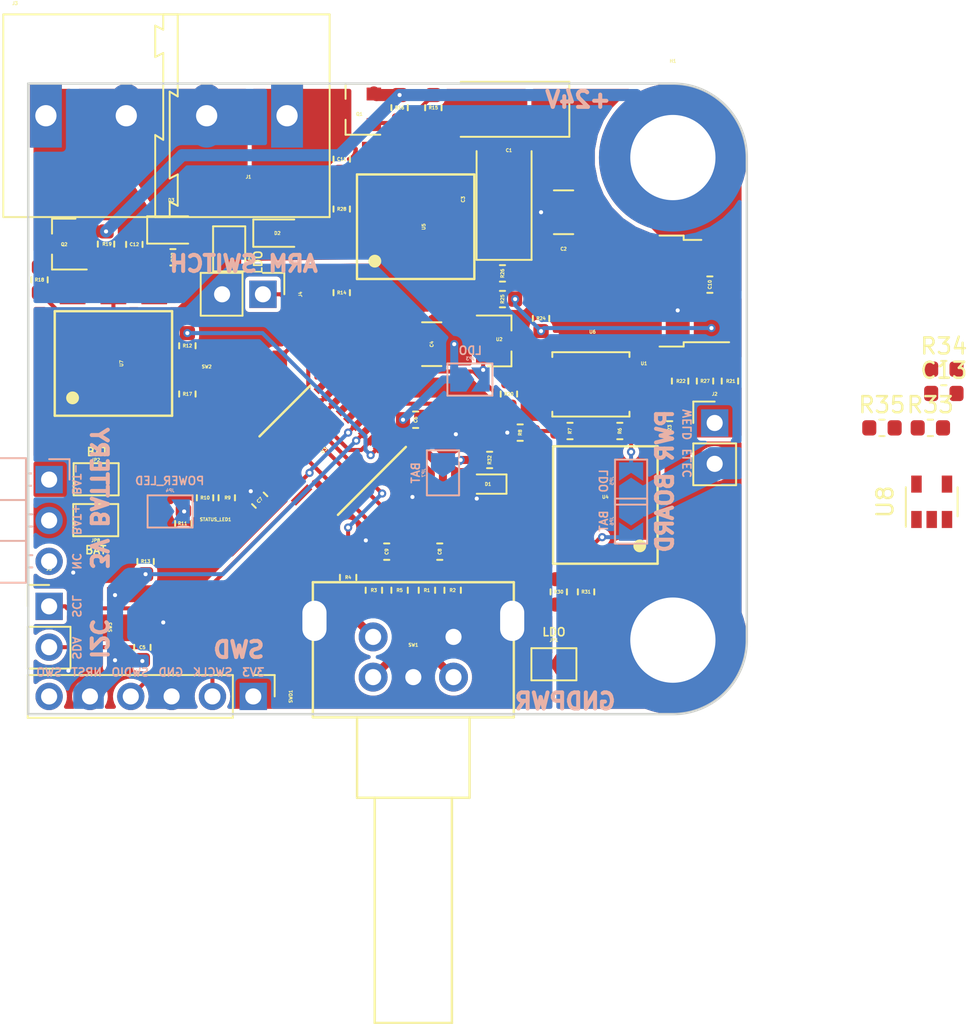
<source format=kicad_pcb>
(kicad_pcb (version 20171130) (host pcbnew 5.0.2-bee76a0~70~ubuntu18.04.1)
  (layers (0 F.Cu mixed) (31 B.Cu power hide) (34 B.Paste user hide) (35 F.Paste user hide) (36 B.SilkS user hide) (37 F.SilkS user) (38 B.Mask user) (39 F.Mask user hide) (44 Edge.Cuts user))
  (net 0 "")
  (net 1 +24V)
  (net 2 "Net-(Q1-Pad1)")
  (net 3 "Net-(Q2-Pad1)")
  (net 4 /sheet5D1B3BB1/OUT_HV)
  (net 5 GNDPWR)
  (net 6 /sheet5D1BFFAD/OUT_HV)
  (net 7 ELECTRODE)
  (net 8 "Net-(R6-Pad2)")
  (net 9 SOLENOID_1)
  (net 10 "Net-(R14-Pad1)")
  (net 11 "Net-(R15-Pad2)")
  (net 12 "Net-(R17-Pad1)")
  (net 13 SOLENOID_2)
  (net 14 "Net-(R21-Pad2)")
  (net 15 WELD_HV)
  (net 16 +3V3)
  (net 17 NRST)
  (net 18 "Net-(R25-Pad2)")
  (net 19 "Net-(R24-Pad2)")
  (net 20 "Net-(R18-Pad2)")
  (net 21 +10V)
  (net 22 "Net-(R20-Pad1)")
  (net 23 WELD_LV)
  (net 24 "Net-(JP4-Pad2)")
  (net 25 "Net-(R11-Pad1)")
  (net 26 ENCODER_A)
  (net 27 "Net-(R3-Pad2)")
  (net 28 ENCODER_BUTTON)
  (net 29 "Net-(R4-Pad1)")
  (net 30 "Net-(R1-Pad1)")
  (net 31 ENCODER_B)
  (net 32 TEST_CURRENT)
  (net 33 LED_RED)
  (net 34 "Net-(R9-Pad1)")
  (net 35 "Net-(R10-Pad1)")
  (net 36 LED_GREEN)
  (net 37 "Net-(R12-Pad1)")
  (net 38 ARM)
  (net 39 GNDD)
  (net 40 WELD_CURRENT)
  (net 41 I2C_SCL)
  (net 42 I2C_SDA)
  (net 43 SWDIO)
  (net 44 SWCLK)
  (net 45 "Net-(BATT_3V1-Pad1)")
  (net 46 SWO)
  (net 47 "Net-(BATT_3V1-Pad3)")
  (net 48 "Net-(R31-Pad2)")
  (net 49 "Net-(R30-Pad2)")
  (net 50 "Net-(JP6-Pad2)")
  (net 51 "Net-(C12-Pad2)")
  (net 52 "Net-(C11-Pad2)")
  (net 53 "Net-(JP5-Pad2)")
  (net 54 "Net-(U7-Pad6)")
  (net 55 "Net-(U7-Pad3)")
  (net 56 "Net-(U4-Pad6)")
  (net 57 "Net-(U4-Pad3)")
  (net 58 "Net-(U5-Pad6)")
  (net 59 "Net-(U5-Pad3)")
  (net 60 "Net-(JP7-Pad1)")
  (net 61 "Net-(BATT_3V1-Pad2)")
  (net 62 "Net-(JP3-Pad2)")
  (net 63 "Net-(R34-Pad2)")
  (net 64 "Net-(R32-Pad2)")
  (net 65 "Net-(R30-Pad1)")
  (net 66 "Net-(R6-Pad1)")
  (module Capacitor_SMD:C_0603_1608Metric (layer F.Cu) (at 207.255001 115.465001)
    (fp_text reference C13 (at 0 -1.43) (layer F.SilkS))
    (fp_text value 100pF)
    (pad 1 smd roundrect (at -0.7875 0) (size 0.875 0.95) (layers F.Cu F.Paste F.Mask) (net 32 TEST_CURRENT))
    (pad 2 smd roundrect (at 0.7875 0) (size 0.875 0.95) (layers F.Cu F.Paste F.Mask) (net 39 GNDD))
  )
  (module Package_TO_SOT_SMD:SOT-23-5 (layer F.Cu) (at 206.5 122.2 90)
    (fp_text reference U8 (at 0 -2.9 90) (layer F.SilkS))
    (fp_text value MCP6001-OT)
    (pad 1 smd rect (at -1.1 -0.95 90) (size 1.06 0.65) (layers F.Cu F.Paste F.Mask) (net 40 WELD_CURRENT))
    (pad 2 smd rect (at -1.1 0 90) (size 1.06 0.65) (layers F.Cu F.Paste F.Mask) (net 39 GNDD))
    (pad 3 smd rect (at -1.1 0.95 90) (size 1.06 0.65) (layers F.Cu F.Paste F.Mask) (net 32 TEST_CURRENT))
    (pad 4 smd rect (at 1.1 0.95 90) (size 1.06 0.65) (layers F.Cu F.Paste F.Mask) (net 63 "Net-(R34-Pad2)"))
    (pad 5 smd rect (at 1.1 -0.95 90) (size 1.06 0.65) (layers F.Cu F.Paste F.Mask) (net 16 +3V3))
  )
  (module Resistor_SMD:R_0603_1608Metric (layer F.Cu) (at 206.415001 117.605001)
    (fp_text reference R33 (at 0 -1.43) (layer F.SilkS))
    (fp_text value 330R)
    (pad 1 smd roundrect (at -0.7875 0) (size 0.875 0.95) (layers F.Cu F.Paste F.Mask) (net 32 TEST_CURRENT))
    (pad 2 smd roundrect (at 0.7875 0) (size 0.875 0.95) (layers F.Cu F.Paste F.Mask) (net 60 "Net-(JP7-Pad1)"))
  )
  (module Resistor_SMD:R_0603_1608Metric (layer F.Cu) (at 207.255001 113.955001)
    (fp_text reference R34 (at 0 -1.43) (layer F.SilkS))
    (fp_text value 33K)
    (pad 2 smd roundrect (at 0.7875 0) (size 0.875 0.95) (layers F.Cu F.Paste F.Mask) (net 63 "Net-(R34-Pad2)"))
    (pad 1 smd roundrect (at -0.7875 0) (size 0.875 0.95) (layers F.Cu F.Paste F.Mask) (net 40 WELD_CURRENT))
  )
  (module Resistor_SMD:R_0603_1608Metric (layer F.Cu) (at 203.405001 117.605001)
    (fp_text reference R35 (at 0 -1.43) (layer F.SilkS))
    (fp_text value 1K)
    (pad 1 smd roundrect (at -0.7875 0) (size 0.875 0.95) (layers F.Cu F.Paste F.Mask) (net 63 "Net-(R34-Pad2)"))
    (pad 2 smd roundrect (at 0.7875 0) (size 0.875 0.95) (layers F.Cu F.Paste F.Mask) (net 39 GNDD))
  )
  (module Capacitor_SMD:C_1210_3225Metric (layer F.Cu) (at 175.4 112.4 180)
    (fp_text reference C4 (at 0 0 270) (layer F.SilkS) (effects (font (size 0.2 0.2) (thickness 0.05))))
    (fp_text value 10uF)
    (pad 2 smd roundrect (at 1.4 0 180) (size 1.25 2.65) (layers F.Cu F.Paste F.Mask) (roundrect_rratio 0.2) (net 39 GNDD))
    (pad 1 smd roundrect (at -1.4 0 180) (size 1.25 2.65) (layers F.Cu F.Paste F.Mask) (roundrect_rratio 0.2) (net 16 +3V3))
  )
  (module Connector_PinHeader_2.54mm:PinHeader_1x02_P2.54mm_Vertical (layer F.Cu) (at 193 117.3)
    (fp_text reference J2 (at 0 -1.8) (layer F.SilkS) (effects (font (size 0.2 0.2) (thickness 0.05))))
    (fp_text value Conn_01x02_Male)
    (pad 1 thru_hole rect (at 0 0) (size 1.7 1.7) (drill 1) (layers *.Cu *.Mask) (net 15 WELD_HV))
    (pad 2 thru_hole oval (at 0 2.54) (size 1.7 1.7) (drill 1) (layers *.Cu *.Mask) (net 7 ELECTRODE))
  )
  (module Connector_PinHeader_2.54mm:PinHeader_1x02_P2.54mm_Vertical (layer F.Cu) (at 164.9 109.3 270)
    (fp_text reference J4 (at 0 -2.33 270) (layer F.SilkS) (effects (font (size 0.2 0.2) (thickness 0.05))))
    (fp_text value ARM_SWITCH)
    (pad 1 thru_hole rect (at 0 0 270) (size 1.7 1.7) (drill 1) (layers *.Cu *.Mask) (net 38 ARM))
    (pad 2 thru_hole oval (at 0 2.54 270) (size 1.7 1.7) (drill 1) (layers *.Cu *.Mask) (net 39 GNDD))
  )
  (module Connector_PinHeader_2.54mm:PinHeader_1x02_P2.54mm_Vertical (layer F.Cu) (at 151.6 128.7)
    (fp_text reference J5 (at 0 -2.33) (layer F.SilkS) (effects (font (size 0.2 0.2) (thickness 0.05))))
    (fp_text value Conn_01x02_Male)
    (pad 1 thru_hole rect (at 0 0) (size 1.7 1.7) (drill 1) (layers *.Cu *.Mask) (net 41 I2C_SCL))
    (pad 2 thru_hole oval (at 0 2.54) (size 1.7 1.7) (drill 1) (layers *.Cu *.Mask) (net 42 I2C_SDA))
  )
  (module Jumper:SolderJumper-2_P1.3mm_Open_TrianglePad1.0x1.5mm (layer F.Cu) (at 162.8 106.475 270)
    (fp_text reference JP9 (at 0.625 -1.3 270) (layer F.SilkS) (effects (font (size 0.2 0.2) (thickness 0.05))))
    (fp_text value SolderJumper_2_Open)
    (pad 2 smd custom (at 0.725 0 270) (size 0.3 0.3) (layers F.Cu F.Mask) (net 39 GNDD) (options (clearance outline) (anchor rect)) (primitives (gr_poly (pts (xy -0.65 -0.75) (xy 0.5 -0.75) (xy 0.5 0.75) (xy -0.65 0.75) (xy -0.15 0)) (width 0))))
    (pad 1 smd custom (at -0.725 0 270) (size 0.3 0.3) (layers F.Cu F.Mask) (net 5 GNDPWR) (options (clearance outline) (anchor rect)) (primitives (gr_poly (pts (xy -0.5 -0.75) (xy 0.5 -0.75) (xy 1 0) (xy 0.5 0.75) (xy -0.5 0.75)) (width 0))))
  )
  (module Jumper:SolderJumper-2_P1.3mm_Open_TrianglePad1.0x1.5mm (layer F.Cu) (at 154.5 123.34 180)
    (fp_text reference JP8 (at 0 -1.26 180) (layer F.SilkS) (effects (font (size 0.2 0.2) (thickness 0.05))))
    (fp_text value SolderJumper_2_Open)
    (pad 2 smd custom (at 0.725 0 180) (size 0.3 0.3) (layers F.Cu F.Mask) (net 61 "Net-(BATT_3V1-Pad2)") (options (clearance outline) (anchor rect)) (primitives (gr_poly (pts (xy -0.65 -0.75) (xy 0.5 -0.75) (xy 0.5 0.75) (xy -0.65 0.75) (xy -0.15 0)) (width 0))))
    (pad 1 smd custom (at -0.725 0 180) (size 0.3 0.3) (layers F.Cu F.Mask) (net 16 +3V3) (options (clearance outline) (anchor rect)) (primitives (gr_poly (pts (xy -0.5 -0.75) (xy 0.5 -0.75) (xy 1 0) (xy 0.5 0.75) (xy -0.5 0.75)) (width 0))))
  )
  (module Package_TO_SOT_SMD:TO-252-2 (layer F.Cu) (at 188.6 109.1 180)
    (fp_text reference U1 (at 0 -4.5 180) (layer F.SilkS) (effects (font (size 0.2 0.2) (thickness 0.05))))
    (fp_text value LD1086BDTTR)
    (pad 1 smd rect (at -4.2 -2.28 180) (size 2.2 1.2) (layers F.Cu F.Paste F.Mask) (net 19 "Net-(R24-Pad2)"))
    (pad 3 smd rect (at -4.2 2.28 180) (size 2.2 1.2) (layers F.Cu F.Paste F.Mask) (net 1 +24V))
    (pad 2 smd rect (at 2.1 0 180) (size 6.4 5.8) (layers F.Cu F.Mask) (net 21 +10V))
  )
  (module Jumper:SolderJumper-2_P1.3mm_Open_TrianglePad1.0x1.5mm (layer B.Cu) (at 176.1 120.4 270)
    (fp_text reference JP7 (at 0 1.2 270) (layer B.SilkS) (effects (font (size 0.2 0.2) (thickness 0.05)) (justify mirror)))
    (fp_text value SolderJumper_2_Open)
    (pad 2 smd custom (at 0.725 0 270) (size 0.3 0.3) (layers B.Cu B.Mask) (net 39 GNDD) (options (clearance outline) (anchor rect)) (primitives (gr_poly (pts (xy -0.65 0.75) (xy 0.5 0.75) (xy 0.5 -0.75) (xy -0.65 -0.75) (xy -0.15 0)) (width 0))))
    (pad 1 smd custom (at -0.725 0 270) (size 0.3 0.3) (layers B.Cu B.Mask) (net 60 "Net-(JP7-Pad1)") (options (clearance outline) (anchor rect)) (primitives (gr_poly (pts (xy -0.5 0.75) (xy 0.5 0.75) (xy 1 0) (xy 0.5 -0.75) (xy -0.5 -0.75)) (width 0))))
  )
  (module Capacitor_SMD:C_0603_1608Metric (layer F.Cu) (at 157.4 131.25 90)
    (fp_text reference C5 (at 0 0 180) (layer F.SilkS) (effects (font (size 0.2 0.2) (thickness 0.05))))
    (fp_text value 1uF)
    (pad 2 smd roundrect (at 0.7875 0 90) (size 0.875 0.95) (layers F.Cu F.Paste F.Mask) (net 39 GNDD))
    (pad 1 smd roundrect (at -0.7875 0 90) (size 0.875 0.95) (layers F.Cu F.Paste F.Mask) (net 17 NRST))
  )
  (module Capacitor_SMD:C_0603_1608Metric (layer F.Cu) (at 174.4 117.1)
    (fp_text reference C6 (at 0 0 90) (layer F.SilkS) (effects (font (size 0.2 0.2) (thickness 0.05))))
    (fp_text value 1uF)
    (pad 2 smd roundrect (at 0.7875 0) (size 0.875 0.95) (layers F.Cu F.Paste F.Mask) (net 39 GNDD))
    (pad 1 smd roundrect (at -0.7875 0) (size 0.875 0.95) (layers F.Cu F.Paste F.Mask) (net 16 +3V3))
  )
  (module Capacitor_SMD:C_0603_1608Metric (layer F.Cu) (at 156.9 106.2 270)
    (fp_text reference C12 (at 0 0) (layer F.SilkS) (effects (font (size 0.2 0.2) (thickness 0.05))))
    (fp_text value 220nF)
    (pad 2 smd roundrect (at 0.7875 0 270) (size 0.875 0.95) (layers F.Cu F.Paste F.Mask) (net 51 "Net-(C12-Pad2)"))
    (pad 1 smd roundrect (at -0.7875 0 270) (size 0.875 0.95) (layers F.Cu F.Paste F.Mask) (net 6 /sheet5D1BFFAD/OUT_HV))
  )
  (module Capacitor_SMD:C_0603_1608Metric (layer F.Cu) (at 169.8 100.9 270)
    (fp_text reference C11 (at 0 0) (layer F.SilkS) (effects (font (size 0.2 0.2) (thickness 0.05))))
    (fp_text value 220nF)
    (pad 2 smd roundrect (at 0.7875 0 270) (size 0.875 0.95) (layers F.Cu F.Paste F.Mask) (net 52 "Net-(C11-Pad2)"))
    (pad 1 smd roundrect (at -0.7875 0 270) (size 0.875 0.95) (layers F.Cu F.Paste F.Mask) (net 4 /sheet5D1B3BB1/OUT_HV))
  )
  (module Capacitor_SMD:C_0603_1608Metric (layer F.Cu) (at 164.7 122.1 135)
    (fp_text reference C7 (at 0 0 225) (layer F.SilkS) (effects (font (size 0.2 0.2) (thickness 0.05))))
    (fp_text value 1uF)
    (pad 2 smd roundrect (at 0.787501 0 135) (size 0.875 0.95) (layers F.Cu F.Paste F.Mask) (net 39 GNDD))
    (pad 1 smd roundrect (at -0.787501 0 135) (size 0.875 0.95) (layers F.Cu F.Paste F.Mask) (net 16 +3V3))
  )
  (module Capacitor_SMD:C_1210_3225Metric (layer F.Cu) (at 183.6 104.2 180)
    (fp_text reference C2 (at 0 -2.28 180) (layer F.SilkS) (effects (font (size 0.2 0.2) (thickness 0.05))))
    (fp_text value 10uF)
    (pad 2 smd roundrect (at 1.4 0 180) (size 1.25 2.65) (layers F.Cu F.Paste F.Mask) (roundrect_rratio 0.2) (net 5 GNDPWR))
    (pad 1 smd roundrect (at -1.4 0 180) (size 1.25 2.65) (layers F.Cu F.Paste F.Mask) (roundrect_rratio 0.2) (net 21 +10V))
  )
  (module Custom:PDIP-6 (layer F.Cu) (at 155.6 113.6 90)
    (fp_text reference U7 (at 0 0.5 90) (layer F.SilkS) (effects (font (size 0.2 0.2) (thickness 0.05))))
    (fp_text value CNY17-4)
    (pad 6 smd rect (at 4.48 -2.54 90) (size 1.6 1.6) (layers F.Cu F.Paste F.Mask) (net 54 "Net-(U7-Pad6)"))
    (pad 5 smd rect (at 4.48 0 90) (size 1.6 1.6) (layers F.Cu F.Paste F.Mask) (net 20 "Net-(R18-Pad2)"))
    (pad 4 smd rect (at 4.48 2.54 90) (size 1.6 1.6) (layers F.Cu F.Paste F.Mask) (net 5 GNDPWR))
    (pad 3 smd rect (at -4.48 2.54 90) (size 1.6 1.6) (layers F.Cu F.Paste F.Mask) (net 55 "Net-(U7-Pad3)"))
    (pad 2 smd rect (at -4.48 0 90) (size 1.6 1.6) (layers F.Cu F.Paste F.Mask) (net 39 GNDD))
    (pad 1 smd rect (at -4.48 -2.54 90) (size 1.6 1.6) (layers F.Cu F.Paste F.Mask) (net 12 "Net-(R17-Pad1)"))
  )
  (module Jumper:SolderJumper-2_P1.3mm_Open_TrianglePad1.0x1.5mm (layer B.Cu) (at 187.8 123.4 270)
    (fp_text reference JP6 (at 0 1.2 270) (layer B.SilkS) (effects (font (size 0.2 0.2) (thickness 0.05)) (justify mirror)))
    (fp_text value SolderJumper_2_Open)
    (pad 1 smd custom (at -0.725 0 270) (size 0.3 0.3) (layers B.Cu B.Mask) (net 7 ELECTRODE) (options (clearance outline) (anchor rect)) (primitives (gr_poly (pts (xy -0.5 0.75) (xy 0.5 0.75) (xy 1 0) (xy 0.5 -0.75) (xy -0.5 -0.75)) (width 0))))
    (pad 2 smd custom (at 0.725 0 270) (size 0.3 0.3) (layers B.Cu B.Mask) (net 50 "Net-(JP6-Pad2)") (options (clearance outline) (anchor rect)) (primitives (gr_poly (pts (xy -0.65 0.75) (xy 0.5 0.75) (xy 0.5 -0.75) (xy -0.65 -0.75) (xy -0.15 0)) (width 0))))
  )
  (module Jumper:SolderJumper-2_P1.3mm_Open_TrianglePad1.0x1.5mm (layer B.Cu) (at 187.8 120.975 90)
    (fp_text reference JP5 (at 0.075 -1.2 90) (layer B.SilkS) (effects (font (size 0.2 0.2) (thickness 0.05)) (justify mirror)))
    (fp_text value SolderJumper_2_Open)
    (pad 1 smd custom (at -0.725 0 90) (size 0.3 0.3) (layers B.Cu B.Mask) (net 7 ELECTRODE) (options (clearance outline) (anchor rect)) (primitives (gr_poly (pts (xy -0.5 0.75) (xy 0.5 0.75) (xy 1 0) (xy 0.5 -0.75) (xy -0.5 -0.75)) (width 0))))
    (pad 2 smd custom (at 0.725 0 90) (size 0.3 0.3) (layers B.Cu B.Mask) (net 53 "Net-(JP5-Pad2)") (options (clearance outline) (anchor rect)) (primitives (gr_poly (pts (xy -0.65 0.75) (xy 0.5 0.75) (xy 0.5 -0.75) (xy -0.65 -0.75) (xy -0.15 0)) (width 0))))
  )
  (module Resistor_SMD:R_0603_1608Metric (layer F.Cu) (at 169.8 104 270)
    (fp_text reference R28 (at 0 0) (layer F.SilkS) (effects (font (size 0.2 0.2) (thickness 0.05))))
    (fp_text value 100R)
    (pad 2 smd roundrect (at 0.7875 0 270) (size 0.875 0.95) (layers F.Cu F.Paste F.Mask) (net 52 "Net-(C11-Pad2)"))
    (pad 1 smd roundrect (at -0.7875 0 270) (size 0.875 0.95) (layers F.Cu F.Paste F.Mask) (net 5 GNDPWR))
  )
  (module Resistor_SMD:R_0603_1608Metric (layer F.Cu) (at 159.3 107 180)
    (fp_text reference R29 (at 0 0 270) (layer F.SilkS) (effects (font (size 0.2 0.2) (thickness 0.05))))
    (fp_text value 100R)
    (pad 2 smd roundrect (at 0.7875 0 180) (size 0.875 0.95) (layers F.Cu F.Paste F.Mask) (net 51 "Net-(C12-Pad2)"))
    (pad 1 smd roundrect (at -0.7875 0 180) (size 0.875 0.95) (layers F.Cu F.Paste F.Mask) (net 5 GNDPWR))
  )
  (module Resistor_SMD:R_0603_1608Metric (layer F.Cu) (at 183.3 127.8 270)
    (fp_text reference R30 (at 0 0) (layer F.SilkS) (effects (font (size 0.2 0.2) (thickness 0.05))))
    (fp_text value 470R)
    (pad 2 smd roundrect (at 0.7875 0 270) (size 0.875 0.95) (layers F.Cu F.Paste F.Mask) (net 39 GNDD))
    (pad 1 smd roundrect (at -0.7875 0 270) (size 0.875 0.95) (layers F.Cu F.Paste F.Mask) (net 65 "Net-(R30-Pad1)"))
  )
  (module Resistor_SMD:R_0603_1608Metric (layer F.Cu) (at 185 127.8 90)
    (fp_text reference R31 (at 0 0 180) (layer F.SilkS) (effects (font (size 0.2 0.2) (thickness 0.05))))
    (fp_text value 1K)
    (pad 2 smd roundrect (at 0.7875 0 90) (size 0.875 0.95) (layers F.Cu F.Paste F.Mask) (net 48 "Net-(R31-Pad2)"))
    (pad 1 smd roundrect (at -0.7875 0 90) (size 0.875 0.95) (layers F.Cu F.Paste F.Mask) (net 50 "Net-(JP6-Pad2)"))
  )
  (module Resistor_SMD:R_0603_1608Metric (layer F.Cu) (at 179 119.6 180)
    (fp_text reference R32 (at 0 0 270) (layer F.SilkS) (effects (font (size 0.2 0.2) (thickness 0.05))))
    (fp_text value 1K)
    (pad 2 smd roundrect (at 0.7875 0 180) (size 0.875 0.95) (layers F.Cu F.Paste F.Mask) (net 64 "Net-(R32-Pad2)"))
    (pad 1 smd roundrect (at -0.7875 0 180) (size 0.875 0.95) (layers F.Cu F.Paste F.Mask) (net 48 "Net-(R31-Pad2)"))
  )
  (module Connector_PinHeader_2.54mm:PinHeader_1x03_P2.54mm_Horizontal (layer B.Cu) (at 151.6 120.82 180)
    (fp_text reference BATT_3V1 (at 4.385 2.27 180) (layer B.SilkS) (effects (font (size 0.2 0.2) (thickness 0.05)) (justify mirror)))
    (fp_text value "Pin Header Male")
    (pad 3 thru_hole oval (at 0 -5.08 180) (size 1.7 1.7) (drill 1) (layers *.Cu *.Mask) (net 47 "Net-(BATT_3V1-Pad3)"))
    (pad 2 thru_hole oval (at 0 -2.54 180) (size 1.7 1.7) (drill 1) (layers *.Cu *.Mask) (net 61 "Net-(BATT_3V1-Pad2)"))
    (pad 1 thru_hole rect (at 0 0 180) (size 1.7 1.7) (drill 1) (layers *.Cu *.Mask) (net 45 "Net-(BATT_3V1-Pad1)"))
  )
  (module Capacitor_SMD:C_0603_1608Metric (layer F.Cu) (at 192.7 108.7 180)
    (fp_text reference C10 (at 0 0 270) (layer F.SilkS) (effects (font (size 0.2 0.2) (thickness 0.05))))
    (fp_text value 10uF)
    (pad 2 smd roundrect (at 0.7875 0 180) (size 0.875 0.95) (layers F.Cu F.Paste F.Mask) (net 5 GNDPWR))
    (pad 1 smd roundrect (at -0.7875 0 180) (size 0.875 0.95) (layers F.Cu F.Paste F.Mask) (net 1 +24V))
  )
  (module Capacitor_SMD:C_0603_1608Metric (layer F.Cu) (at 172.6 125.3 180)
    (fp_text reference C9 (at 0 0 270) (layer F.SilkS) (effects (font (size 0.2 0.2) (thickness 0.05))))
    (fp_text value 10nF)
    (pad 2 smd roundrect (at 0.7875 0 180) (size 0.875 0.95) (layers F.Cu F.Paste F.Mask) (net 39 GNDD))
    (pad 1 smd roundrect (at -0.7875 0 180) (size 0.875 0.95) (layers F.Cu F.Paste F.Mask) (net 26 ENCODER_A))
  )
  (module Capacitor_SMD:C_0603_1608Metric (layer F.Cu) (at 175.9 125.3)
    (fp_text reference C8 (at 0 0 90) (layer F.SilkS) (effects (font (size 0.2 0.2) (thickness 0.05))))
    (fp_text value 10nF)
    (pad 2 smd roundrect (at 0.7875 0) (size 0.875 0.95) (layers F.Cu F.Paste F.Mask) (net 39 GNDD))
    (pad 1 smd roundrect (at -0.7875 0) (size 0.875 0.95) (layers F.Cu F.Paste F.Mask) (net 31 ENCODER_B))
  )
  (module Capacitor_Tantalum_SMD:CP_EIA-6032-28_Kemet-C (layer F.Cu) (at 180.2 97.8 180)
    (fp_text reference C1 (at 0 -2.55 180) (layer F.SilkS) (effects (font (size 0.2 0.2) (thickness 0.05))))
    (fp_text value 10uF)
    (pad 2 smd roundrect (at 2.4625 0 180) (size 2.075 2.35) (layers F.Cu F.Paste F.Mask) (roundrect_rratio 0.120482) (net 5 GNDPWR))
    (pad 1 smd roundrect (at -2.4625 0 180) (size 2.075 2.35) (layers F.Cu F.Paste F.Mask) (roundrect_rratio 0.120482) (net 21 +10V))
  )
  (module Capacitor_Tantalum_SMD:CP_EIA-6032-28_Kemet-C (layer F.Cu) (at 179.9 103.4 90)
    (fp_text reference C3 (at 0 -2.55 90) (layer F.SilkS) (effects (font (size 0.2 0.2) (thickness 0.05))))
    (fp_text value 10uF)
    (pad 2 smd roundrect (at 2.4625 0 90) (size 2.075 2.35) (layers F.Cu F.Paste F.Mask) (roundrect_rratio 0.120482) (net 39 GNDD))
    (pad 1 smd roundrect (at -2.4625 0 90) (size 2.075 2.35) (layers F.Cu F.Paste F.Mask) (roundrect_rratio 0.120482) (net 16 +3V3))
  )
  (module Connector_PinHeader_2.54mm:PinHeader_1x06_P2.54mm_Vertical (layer F.Cu) (at 164.3 134.3 270)
    (fp_text reference SWD1 (at 0 -2.33 270) (layer F.SilkS) (effects (font (size 0.2 0.2) (thickness 0.05))))
    (fp_text value Conn_01x06_Male)
    (pad 6 thru_hole oval (at 0 12.7 270) (size 1.7 1.7) (drill 1) (layers *.Cu *.Mask) (net 46 SWO))
    (pad 5 thru_hole oval (at 0 10.16 270) (size 1.7 1.7) (drill 1) (layers *.Cu *.Mask) (net 17 NRST))
    (pad 4 thru_hole oval (at 0 7.62 270) (size 1.7 1.7) (drill 1) (layers *.Cu *.Mask) (net 43 SWDIO))
    (pad 3 thru_hole oval (at 0 5.08 270) (size 1.7 1.7) (drill 1) (layers *.Cu *.Mask) (net 39 GNDD))
    (pad 2 thru_hole oval (at 0 2.54 270) (size 1.7 1.7) (drill 1) (layers *.Cu *.Mask) (net 44 SWCLK))
    (pad 1 thru_hole rect (at 0 0 270) (size 1.7 1.7) (drill 1) (layers *.Cu *.Mask) (net 16 +3V3))
  )
  (module Custom:ENCODER_BOURNS (layer F.Cu) (at 174.255 133.1)
    (fp_text reference SW1 (at 0 -2) (layer F.SilkS) (effects (font (size 0.2 0.2) (thickness 0.05))))
    (fp_text value PEC12R-2225F-S0024)
    (pad Shield thru_hole oval (at -6.15 -3.5) (size 2.5 3.5) (drill oval 1.5 2.5) (layers *.Cu *.Mask))
    (pad Shield thru_hole oval (at 6.15 -3.5) (size 2.5 3.5) (drill oval 1.5 2.5) (layers *.Cu *.Mask))
    (pad A thru_hole circle (at -2.5 0) (size 1.8 1.8) (drill 1) (layers *.Cu *.Mask) (net 27 "Net-(R3-Pad2)"))
    (pad C thru_hole circle (at 0 0) (size 1.8 1.8) (drill 1) (layers *.Cu *.Mask) (net 39 GNDD))
    (pad B thru_hole circle (at 2.5 0) (size 1.8 1.8) (drill 1) (layers *.Cu *.Mask) (net 30 "Net-(R1-Pad1)"))
    (pad S2 thru_hole circle (at 2.5 -2.5) (size 1.8 1.8) (drill 1) (layers *.Cu *.Mask) (net 39 GNDD))
    (pad S1 thru_hole circle (at -2.5 -2.5) (size 1.8 1.8) (drill 1) (layers *.Cu *.Mask) (net 29 "Net-(R4-Pad1)"))
  )
  (module Custom:KMR7_SWITCH (layer F.Cu) (at 156.2 132.5 90)
    (fp_text reference SW3 (at 2.5 -0.8 90) (layer F.SilkS) (effects (font (size 0.2 0.2) (thickness 0.05))))
    (fp_text value RESET)
    (pad 1 smd rect (at 2.5 -2.725 90) (size 1.7 0.55) (layers F.Cu F.Paste F.Mask) (net 39 GNDD))
    (pad 1 smd rect (at 4.55 -2.1 90) (size 0.9 1) (layers F.Cu F.Paste F.Mask) (net 39 GNDD))
    (pad 2 smd rect (at 4.55 -0.5 90) (size 0.9 1) (layers F.Cu F.Paste F.Mask) (net 17 NRST))
    (pad 2 smd rect (at 0.45 -0.5 90) (size 0.9 1) (layers F.Cu F.Paste F.Mask) (net 17 NRST))
    (pad 1 smd rect (at 0.45 -2.1 90) (size 0.9 1) (layers F.Cu F.Paste F.Mask) (net 39 GNDD))
  )
  (module Custom:KMR7_SWITCH (layer F.Cu) (at 161.4 113.8)
    (fp_text reference SW2 (at 0 0) (layer F.SilkS) (effects (font (size 0.2 0.2) (thickness 0.05))))
    (fp_text value ARM_BUTTON)
    (pad 1 smd rect (at 2.5 -2.725) (size 1.7 0.55) (layers F.Cu F.Paste F.Mask) (net 39 GNDD))
    (pad 1 smd rect (at 4.55 -2.1) (size 0.9 1) (layers F.Cu F.Paste F.Mask) (net 39 GNDD))
    (pad 2 smd rect (at 4.55 -0.5) (size 0.9 1) (layers F.Cu F.Paste F.Mask) (net 38 ARM))
    (pad 2 smd rect (at 0.45 -0.5) (size 0.9 1) (layers F.Cu F.Paste F.Mask) (net 38 ARM))
    (pad 1 smd rect (at 0.45 -2.1) (size 0.9 1) (layers F.Cu F.Paste F.Mask) (net 39 GNDD))
  )
  (module Custom:LED_BGRA (layer F.Cu) (at 161.95 124.1 180)
    (fp_text reference STATUS_LED1 (at 0 0.8 180) (layer F.SilkS) (effects (font (size 0.2 0.2) (thickness 0.05))))
    (fp_text value LED_BGRA)
    (pad 4 smd custom (at -0.3 -0.3 180) (size 0.4 0.1) (layers F.Cu F.Paste F.Mask) (net 16 +3V3) (options (clearance outline) (anchor rect)) (primitives (gr_poly (pts (xy -0.2 -0.2) (xy 0.2 -0.2) (xy 0.2 0.2) (xy -0.05 0.2) (xy -0.2 0.05)) (width 0))))
    (pad 3 smd rect (at -0.3 0.3 180) (size 0.4 0.4) (layers F.Cu F.Paste F.Mask) (net 34 "Net-(R9-Pad1)"))
    (pad 2 smd rect (at 0.3 0.3 180) (size 0.4 0.4) (layers F.Cu F.Paste F.Mask) (net 35 "Net-(R10-Pad1)"))
    (pad 1 smd rect (at 0.3 -0.3 180) (size 0.4 0.4) (layers F.Cu F.Paste F.Mask) (net 25 "Net-(R11-Pad1)"))
  )
  (module Custom:PDIP-6 (layer F.Cu) (at 186.2 122.4 180)
    (fp_text reference U4 (at 0 0.5 180) (layer F.SilkS) (effects (font (size 0.2 0.2) (thickness 0.05))))
    (fp_text value CNY17-4)
    (pad 6 smd rect (at 4.48 -2.54 180) (size 1.6 1.6) (layers F.Cu F.Paste F.Mask) (net 56 "Net-(U4-Pad6)"))
    (pad 5 smd rect (at 4.48 0 180) (size 1.6 1.6) (layers F.Cu F.Paste F.Mask) (net 16 +3V3))
    (pad 4 smd rect (at 4.48 2.54 180) (size 1.6 1.6) (layers F.Cu F.Paste F.Mask) (net 32 TEST_CURRENT))
    (pad 3 smd rect (at -4.48 2.54 180) (size 1.6 1.6) (layers F.Cu F.Paste F.Mask) (net 57 "Net-(U4-Pad3)"))
    (pad 2 smd rect (at -4.48 0 180) (size 1.6 1.6) (layers F.Cu F.Paste F.Mask) (net 5 GNDPWR))
    (pad 1 smd rect (at -4.48 -2.54 180) (size 1.6 1.6) (layers F.Cu F.Paste F.Mask) (net 64 "Net-(R32-Pad2)"))
  )
  (module Custom:PDIP-6 (layer F.Cu) (at 174.4 105.1 90)
    (fp_text reference U5 (at 0 0.5 90) (layer F.SilkS) (effects (font (size 0.2 0.2) (thickness 0.05))))
    (fp_text value CNY17-4)
    (pad 6 smd rect (at 4.48 -2.54 90) (size 1.6 1.6) (layers F.Cu F.Paste F.Mask) (net 58 "Net-(U5-Pad6)"))
    (pad 5 smd rect (at 4.48 0 90) (size 1.6 1.6) (layers F.Cu F.Paste F.Mask) (net 11 "Net-(R15-Pad2)"))
    (pad 4 smd rect (at 4.48 2.54 90) (size 1.6 1.6) (layers F.Cu F.Paste F.Mask) (net 5 GNDPWR))
    (pad 3 smd rect (at -4.48 2.54 90) (size 1.6 1.6) (layers F.Cu F.Paste F.Mask) (net 59 "Net-(U5-Pad3)"))
    (pad 2 smd rect (at -4.48 0 90) (size 1.6 1.6) (layers F.Cu F.Paste F.Mask) (net 39 GNDD))
    (pad 1 smd rect (at -4.48 -2.54 90) (size 1.6 1.6) (layers F.Cu F.Paste F.Mask) (net 10 "Net-(R14-Pad1)"))
  )
  (module Custom:SO-6_5PIN (layer F.Cu) (at 185.3 114.9)
    (fp_text reference U6 (at 0.1 -3.265) (layer F.SilkS) (effects (font (size 0.2 0.2) (thickness 0.05))))
    (fp_text value TLP152)
    (pad 6 smd rect (at 3.15 -1.27) (size 1.2 0.8) (layers F.Cu F.Paste F.Mask) (net 21 +10V))
    (pad 5 smd rect (at 3.15 0) (size 1.2 0.8) (layers F.Cu F.Paste F.Mask) (net 14 "Net-(R21-Pad2)"))
    (pad 4 smd rect (at 3.15 1.27) (size 1.2 0.8) (layers F.Cu F.Paste F.Mask) (net 5 GNDPWR))
    (pad 3 smd rect (at -3.15 1.27) (size 1.2 0.8) (layers F.Cu F.Paste F.Mask) (net 39 GNDD))
    (pad 1 smd rect (at -3.15 -1.27) (size 1.2 0.8) (layers F.Cu F.Paste F.Mask) (net 22 "Net-(R20-Pad1)"))
  )
  (module Diode_SMD:D_SOD-323 (layer F.Cu) (at 165.8 105.5)
    (fp_text reference D2 (at 0 0) (layer F.SilkS) (effects (font (size 0.2 0.2) (thickness 0.05))))
    (fp_text value D)
    (pad 2 smd rect (at 1.05 0) (size 0.6 0.45) (layers F.Cu F.Paste F.Mask) (net 5 GNDPWR))
    (pad 1 smd rect (at -1.05 0) (size 0.6 0.45) (layers F.Cu F.Paste F.Mask) (net 4 /sheet5D1B3BB1/OUT_HV))
  )
  (module Diode_SMD:D_SOD-323 (layer F.Cu) (at 159.2 105.3)
    (fp_text reference D3 (at 0 -1.85) (layer F.SilkS) (effects (font (size 0.2 0.2) (thickness 0.05))))
    (fp_text value D)
    (pad 2 smd rect (at 1.05 0) (size 0.6 0.45) (layers F.Cu F.Paste F.Mask) (net 5 GNDPWR))
    (pad 1 smd rect (at -1.05 0) (size 0.6 0.45) (layers F.Cu F.Paste F.Mask) (net 6 /sheet5D1BFFAD/OUT_HV))
  )
  (module Diode_SMD:D_SOD-523 (layer F.Cu) (at 178.9 121.1 180)
    (fp_text reference D1 (at 0 0 180) (layer F.SilkS) (effects (font (size 0.2 0.2) (thickness 0.05))))
    (fp_text value ESD5Z3.3T5G)
    (pad 1 smd rect (at -0.7 0) (size 0.6 0.7) (layers F.Cu F.Paste F.Mask) (net 32 TEST_CURRENT))
    (pad 2 smd rect (at 0.7 0) (size 0.6 0.7) (layers F.Cu F.Paste F.Mask) (net 39 GNDD))
  )
  (module Jumper:SolderJumper-2_P1.3mm_Open_TrianglePad1.0x1.5mm (layer F.Cu) (at 183 132.3 180)
    (fp_text reference JP1 (at 0 1.5 180) (layer F.SilkS) (effects (font (size 0.2 0.2) (thickness 0.05))))
    (fp_text value SolderJumper_2_Open)
    (pad 1 smd custom (at -0.725 0 180) (size 0.3 0.3) (layers F.Cu F.Mask) (net 5 GNDPWR) (options (clearance outline) (anchor rect)) (primitives (gr_poly (pts (xy -0.5 -0.75) (xy 0.5 -0.75) (xy 1 0) (xy 0.5 0.75) (xy -0.5 0.75)) (width 0))))
    (pad 2 smd custom (at 0.725 0 180) (size 0.3 0.3) (layers F.Cu F.Mask) (net 39 GNDD) (options (clearance outline) (anchor rect)) (primitives (gr_poly (pts (xy -0.65 -0.75) (xy 0.5 -0.75) (xy 0.5 0.75) (xy -0.65 0.75) (xy -0.15 0)) (width 0))))
  )
  (module Jumper:SolderJumper-2_P1.3mm_Open_TrianglePad1.0x1.5mm (layer F.Cu) (at 154.525 120.8)
    (fp_text reference JP2 (at -0.025 -1.2) (layer F.SilkS) (effects (font (size 0.2 0.2) (thickness 0.05))))
    (fp_text value SolderJumper_2_Open)
    (pad 1 smd custom (at -0.725 0) (size 0.3 0.3) (layers F.Cu F.Mask) (net 45 "Net-(BATT_3V1-Pad1)") (options (clearance outline) (anchor rect)) (primitives (gr_poly (pts (xy -0.5 -0.75) (xy 0.5 -0.75) (xy 1 0) (xy 0.5 0.75) (xy -0.5 0.75)) (width 0))))
    (pad 2 smd custom (at 0.725 0) (size 0.3 0.3) (layers F.Cu F.Mask) (net 39 GNDD) (options (clearance convexhull) (anchor rect)) (primitives (gr_poly (pts (xy -0.65 -0.75) (xy 0.5 -0.75) (xy 0.5 0.75) (xy -0.65 0.75) (xy -0.15 0)) (width 0))))
  )
  (module Jumper:SolderJumper-2_P1.3mm_Open_TrianglePad1.0x1.5mm (layer B.Cu) (at 177.775 114.6)
    (fp_text reference JP3 (at 0.025 -1.3) (layer B.SilkS) (effects (font (size 0.2 0.2) (thickness 0.05)) (justify mirror)))
    (fp_text value SolderJumper_2_Open)
    (pad 1 smd custom (at -0.725 0) (size 0.3 0.3) (layers B.Cu B.Mask) (net 16 +3V3) (options (clearance outline) (anchor rect)) (primitives (gr_poly (pts (xy -0.5 0.75) (xy 0.5 0.75) (xy 1 0) (xy 0.5 -0.75) (xy -0.5 -0.75)) (width 0))))
    (pad 2 smd custom (at 0.725 0) (size 0.3 0.3) (layers B.Cu B.Mask) (net 62 "Net-(JP3-Pad2)") (options (clearance outline) (anchor rect)) (primitives (gr_poly (pts (xy -0.65 0.75) (xy 0.5 0.75) (xy 0.5 -0.75) (xy -0.65 -0.75) (xy -0.15 0)) (width 0))))
  )
  (module Jumper:SolderJumper-2_P1.3mm_Open_TrianglePad1.0x1.5mm (layer B.Cu) (at 159.125 122.8)
    (fp_text reference JP4 (at 0 -1.3) (layer B.SilkS) (effects (font (size 0.2 0.2) (thickness 0.05)) (justify mirror)))
    (fp_text value SolderJumper_2_Open)
    (pad 1 smd custom (at -0.725 0) (size 0.3 0.3) (layers B.Cu B.Mask) (net 39 GNDD) (options (clearance outline) (anchor rect)) (primitives (gr_poly (pts (xy -0.5 0.75) (xy 0.5 0.75) (xy 1 0) (xy 0.5 -0.75) (xy -0.5 -0.75)) (width 0))))
    (pad 2 smd custom (at 0.725 0) (size 0.3 0.3) (layers B.Cu B.Mask) (net 24 "Net-(JP4-Pad2)") (options (clearance outline) (anchor rect)) (primitives (gr_poly (pts (xy -0.65 0.75) (xy 0.5 0.75) (xy 0.5 -0.75) (xy -0.65 -0.75) (xy -0.15 0)) (width 0))))
  )
  (module MountingHole:MountingHole_5.3mm_M5_DIN965_Pad (layer F.Cu) (at 190.4 100.4)
    (fp_text reference H1 (at 0 -5.6) (layer F.SilkS) (effects (font (size 0.2 0.2) (thickness 0.05))))
    (fp_text value MountingHole_Pad)
    (pad 1 thru_hole circle (at 0 0.4) (size 9.2 9.2) (drill 5.3) (layers *.Cu *.Mask) (net 1 +24V))
  )
  (module MountingHole:MountingHole_5.3mm_M5_DIN965_Pad (layer F.Cu) (at 190.4 130.5)
    (fp_text reference H3 (at 0 0) (layer F.SilkS) (effects (font (size 0.2 0.2) (thickness 0.05))))
    (fp_text value MountingHole_Pad)
    (pad 1 thru_hole circle (at 0 0.3) (size 9.2 9.2) (drill 5.3) (layers *.Cu *.Mask) (net 5 GNDPWR))
  )
  (module Package_SO:TSSOP-20_4.4x6.5mm_P0.65mm (layer F.Cu) (at 168.7 119 225)
    (fp_text reference U3 (at 0 0 225) (layer F.SilkS) (effects (font (size 0.2 0.2) (thickness 0.05))))
    (fp_text value STM32F030F4Px)
    (pad 20 smd rect (at 2.95 -2.925 225) (size 1.45 0.45) (layers F.Cu F.Paste F.Mask) (net 44 SWCLK))
    (pad 19 smd rect (at 2.95 -2.275 225) (size 1.45 0.45) (layers F.Cu F.Paste F.Mask) (net 43 SWDIO))
    (pad 18 smd rect (at 2.95 -1.625001 225) (size 1.45 0.45) (layers F.Cu F.Paste F.Mask) (net 42 I2C_SDA))
    (pad 17 smd rect (at 2.95 -0.975 225) (size 1.45 0.45) (layers F.Cu F.Paste F.Mask) (net 41 I2C_SCL))
    (pad 16 smd rect (at 2.95 -0.325 225) (size 1.45 0.45) (layers F.Cu F.Paste F.Mask) (net 16 +3V3))
    (pad 15 smd rect (at 2.95 0.325 225) (size 1.45 0.45) (layers F.Cu F.Paste F.Mask) (net 39 GNDD))
    (pad 14 smd rect (at 2.95 0.975 225) (size 1.45 0.45) (layers F.Cu F.Paste F.Mask) (net 33 LED_RED))
    (pad 13 smd rect (at 2.95 1.625001 225) (size 1.45 0.45) (layers F.Cu F.Paste F.Mask) (net 26 ENCODER_A))
    (pad 12 smd rect (at 2.95 2.275 225) (size 1.45 0.45) (layers F.Cu F.Paste F.Mask) (net 31 ENCODER_B))
    (pad 11 smd rect (at 2.95 2.925 225) (size 1.45 0.45) (layers F.Cu F.Paste F.Mask) (net 28 ENCODER_BUTTON))
    (pad 10 smd rect (at -2.95 2.925 225) (size 1.45 0.45) (layers F.Cu F.Paste F.Mask) (net 23 WELD_LV))
    (pad 9 smd rect (at -2.95 2.275 225) (size 1.45 0.45) (layers F.Cu F.Paste F.Mask) (net 9 SOLENOID_1))
    (pad 8 smd rect (at -2.95 1.625001 225) (size 1.45 0.45) (layers F.Cu F.Paste F.Mask) (net 13 SOLENOID_2))
    (pad 7 smd rect (at -2.95 0.975 225) (size 1.45 0.45) (layers F.Cu F.Paste F.Mask) (net 40 WELD_CURRENT))
    (pad 6 smd rect (at -2.95 0.325 225) (size 1.45 0.45) (layers F.Cu F.Paste F.Mask) (net 32 TEST_CURRENT))
    (pad 5 smd rect (at -2.95 -0.325 225) (size 1.45 0.45) (layers F.Cu F.Paste F.Mask) (net 16 +3V3))
    (pad 4 smd rect (at -2.95 -0.975 225) (size 1.45 0.45) (layers F.Cu F.Paste F.Mask) (net 17 NRST))
    (pad 3 smd rect (at -2.95 -1.625001 225) (size 1.45 0.45) (layers F.Cu F.Paste F.Mask) (net 36 LED_GREEN))
    (pad 2 smd rect (at -2.95 -2.275 225) (size 1.45 0.45) (layers F.Cu F.Paste F.Mask) (net 37 "Net-(R12-Pad1)"))
    (pad 1 smd rect (at -2.95 -2.925 225) (size 1.45 0.45) (layers F.Cu F.Paste F.Mask) (net 39 GNDD))
  )
  (module Package_TO_SOT_SMD:SOT-23 (layer F.Cu) (at 179.6 112.2)
    (fp_text reference U2 (at 0 -0.1) (layer F.SilkS) (effects (font (size 0.2 0.2) (thickness 0.05))))
    (fp_text value AP7381)
    (pad 3 smd rect (at 1 0) (size 0.9 0.8) (layers F.Cu F.Paste F.Mask) (net 5 GNDPWR))
    (pad 2 smd rect (at -1 0.95) (size 0.9 0.8) (layers F.Cu F.Paste F.Mask) (net 62 "Net-(JP3-Pad2)"))
    (pad 1 smd rect (at -1 -0.95) (size 0.9 0.8) (layers F.Cu F.Paste F.Mask) (net 21 +10V))
  )
  (module Package_TO_SOT_SMD:SOT-23 (layer F.Cu) (at 152.54016 106.179658 180)
    (fp_text reference Q2 (at 0 -0.020342 180) (layer F.SilkS) (effects (font (size 0.2 0.2) (thickness 0.05))))
    (fp_text value Q_PMOS_GSD)
    (pad 3 smd rect (at 1 0 180) (size 0.9 0.8) (layers F.Cu F.Paste F.Mask) (net 6 /sheet5D1BFFAD/OUT_HV))
    (pad 2 smd rect (at -1 0.95 180) (size 0.9 0.8) (layers F.Cu F.Paste F.Mask) (net 1 +24V))
    (pad 1 smd rect (at -1 -0.95 180) (size 0.9 0.8) (layers F.Cu F.Paste F.Mask) (net 3 "Net-(Q2-Pad1)"))
  )
  (module Package_TO_SOT_SMD:SOT-23 (layer F.Cu) (at 170.8 97.8 180)
    (fp_text reference Q1 (at -0.1 -0.3 180) (layer F.SilkS) (effects (font (size 0.2 0.2) (thickness 0.05))))
    (fp_text value Q_PMOS_GSD)
    (pad 3 smd rect (at 1 0 180) (size 0.9 0.8) (layers F.Cu F.Paste F.Mask) (net 4 /sheet5D1B3BB1/OUT_HV))
    (pad 2 smd rect (at -1 0.95 180) (size 0.9 0.8) (layers F.Cu F.Paste F.Mask) (net 1 +24V))
    (pad 1 smd rect (at -1 -0.95 180) (size 0.9 0.8) (layers F.Cu F.Paste F.Mask) (net 2 "Net-(Q1-Pad1)"))
  )
  (module Resistor_SMD:R_0603_1608Metric (layer F.Cu) (at 160.2 112.5 270)
    (fp_text reference R12 (at 0 0) (layer F.SilkS) (effects (font (size 0.2 0.2) (thickness 0.05))))
    (fp_text value 10k)
    (pad 2 smd roundrect (at 0.7875 0 270) (size 0.875 0.95) (layers F.Cu F.Paste F.Mask) (net 38 ARM))
    (pad 1 smd roundrect (at -0.7875 0 270) (size 0.875 0.95) (layers F.Cu F.Paste F.Mask) (net 37 "Net-(R12-Pad1)"))
  )
  (module Resistor_SMD:R_0603_1608Metric (layer F.Cu) (at 155.14016 106.179658 270)
    (fp_text reference R19 (at 0 -0.05984) (layer F.SilkS) (effects (font (size 0.2 0.2) (thickness 0.05))))
    (fp_text value 10k)
    (pad 2 smd roundrect (at 0.7875 0 270) (size 0.875 0.95) (layers F.Cu F.Paste F.Mask) (net 3 "Net-(Q2-Pad1)"))
    (pad 1 smd roundrect (at -0.7875 0 270) (size 0.875 0.95) (layers F.Cu F.Paste F.Mask) (net 1 +24V))
  )
  (module Resistor_SMD:R_0603_1608Metric (layer F.Cu) (at 161.3 121.95 90)
    (fp_text reference R10 (at 0 0 180) (layer F.SilkS) (effects (font (size 0.2 0.2) (thickness 0.05))))
    (fp_text value 1K)
    (pad 2 smd roundrect (at 0.7875 0 90) (size 0.875 0.95) (layers F.Cu F.Paste F.Mask) (net 36 LED_GREEN))
    (pad 1 smd roundrect (at -0.7875 0 90) (size 0.875 0.95) (layers F.Cu F.Paste F.Mask) (net 35 "Net-(R10-Pad1)"))
  )
  (module Resistor_SMD:R_0603_1608Metric (layer F.Cu) (at 162.65 121.95 90)
    (fp_text reference R9 (at 0 0.05 180) (layer F.SilkS) (effects (font (size 0.2 0.2) (thickness 0.05))))
    (fp_text value 1K)
    (pad 2 smd roundrect (at 0.7875 0 90) (size 0.875 0.95) (layers F.Cu F.Paste F.Mask) (net 33 LED_RED))
    (pad 1 smd roundrect (at -0.7875 0 90) (size 0.875 0.95) (layers F.Cu F.Paste F.Mask) (net 34 "Net-(R9-Pad1)"))
  )
  (module Resistor_SMD:R_0603_1608Metric (layer F.Cu) (at 180.9 117.9)
    (fp_text reference R8 (at 0 0 90) (layer F.SilkS) (effects (font (size 0.2 0.2) (thickness 0.05))))
    (fp_text value 330R)
    (pad 2 smd roundrect (at 0.7875 0) (size 0.875 0.95) (layers F.Cu F.Paste F.Mask) (net 32 TEST_CURRENT))
    (pad 1 smd roundrect (at -0.7875 0) (size 0.875 0.95) (layers F.Cu F.Paste F.Mask) (net 65 "Net-(R30-Pad1)"))
  )
  (module Resistor_SMD:R_0603_1608Metric (layer F.Cu) (at 184 117.8 180)
    (fp_text reference R7 (at 0 0 270) (layer F.SilkS) (effects (font (size 0.2 0.2) (thickness 0.05))))
    (fp_text value 3.3K)
    (pad 2 smd roundrect (at 0.7875 0 180) (size 0.875 0.95) (layers F.Cu F.Paste F.Mask) (net 66 "Net-(R6-Pad1)"))
    (pad 1 smd roundrect (at -0.7875 0 180) (size 0.875 0.95) (layers F.Cu F.Paste F.Mask) (net 32 TEST_CURRENT))
  )
  (module Resistor_SMD:R_0603_1608Metric (layer F.Cu) (at 175.1 127.7 90)
    (fp_text reference R1 (at 0 0 180) (layer F.SilkS) (effects (font (size 0.2 0.2) (thickness 0.05))))
    (fp_text value 10K)
    (pad 2 smd roundrect (at 0.7875 0 90) (size 0.875 0.95) (layers F.Cu F.Paste F.Mask) (net 31 ENCODER_B))
    (pad 1 smd roundrect (at -0.7875 0 90) (size 0.875 0.95) (layers F.Cu F.Paste F.Mask) (net 30 "Net-(R1-Pad1)"))
  )
  (module Resistor_SMD:R_0603_1608Metric (layer F.Cu) (at 176.7 127.7 270)
    (fp_text reference R2 (at 0 0) (layer F.SilkS) (effects (font (size 0.2 0.2) (thickness 0.05))))
    (fp_text value 10K)
    (pad 2 smd roundrect (at 0.7875 0 270) (size 0.875 0.95) (layers F.Cu F.Paste F.Mask) (net 30 "Net-(R1-Pad1)"))
    (pad 1 smd roundrect (at -0.7875 0 270) (size 0.875 0.95) (layers F.Cu F.Paste F.Mask) (net 16 +3V3))
  )
  (module Resistor_SMD:R_0603_1608Metric (layer F.Cu) (at 171.8 127.7 270)
    (fp_text reference R3 (at 0 0) (layer F.SilkS) (effects (font (size 0.2 0.2) (thickness 0.05))))
    (fp_text value 10K)
    (pad 2 smd roundrect (at 0.7875 0 270) (size 0.875 0.95) (layers F.Cu F.Paste F.Mask) (net 27 "Net-(R3-Pad2)"))
    (pad 1 smd roundrect (at -0.7875 0 270) (size 0.875 0.95) (layers F.Cu F.Paste F.Mask) (net 16 +3V3))
  )
  (module Resistor_SMD:R_0603_1608Metric (layer F.Cu) (at 170.2 126.9 90)
    (fp_text reference R4 (at 0 0 180) (layer F.SilkS) (effects (font (size 0.2 0.2) (thickness 0.05))))
    (fp_text value 10K)
    (pad 2 smd roundrect (at 0.7875 0 90) (size 0.875 0.95) (layers F.Cu F.Paste F.Mask) (net 28 ENCODER_BUTTON))
    (pad 1 smd roundrect (at -0.7875 0 90) (size 0.875 0.95) (layers F.Cu F.Paste F.Mask) (net 29 "Net-(R4-Pad1)"))
  )
  (module Resistor_SMD:R_0603_1608Metric (layer F.Cu) (at 173.4 127.7 270)
    (fp_text reference R5 (at 0 0) (layer F.SilkS) (effects (font (size 0.2 0.2) (thickness 0.05))))
    (fp_text value 10K)
    (pad 2 smd roundrect (at 0.7875 0 270) (size 0.875 0.95) (layers F.Cu F.Paste F.Mask) (net 27 "Net-(R3-Pad2)"))
    (pad 1 smd roundrect (at -0.7875 0 270) (size 0.875 0.95) (layers F.Cu F.Paste F.Mask) (net 26 ENCODER_A))
  )
  (module Resistor_SMD:R_0603_1608Metric (layer F.Cu) (at 159.95 123.55 90)
    (fp_text reference R11 (at 0 -0.05 180) (layer F.SilkS) (effects (font (size 0.2 0.2) (thickness 0.05))))
    (fp_text value 1K)
    (pad 2 smd roundrect (at 0.7875 0 90) (size 0.875 0.95) (layers F.Cu F.Paste F.Mask) (net 24 "Net-(JP4-Pad2)"))
    (pad 1 smd roundrect (at -0.7875 0 90) (size 0.875 0.95) (layers F.Cu F.Paste F.Mask) (net 25 "Net-(R11-Pad1)"))
  )
  (module Resistor_SMD:R_0603_1608Metric (layer F.Cu) (at 180.2 115.5 270)
    (fp_text reference R20 (at 0 0) (layer F.SilkS) (effects (font (size 0.2 0.2) (thickness 0.05))))
    (fp_text value 330R)
    (pad 2 smd roundrect (at 0.7875 0 270) (size 0.875 0.95) (layers F.Cu F.Paste F.Mask) (net 23 WELD_LV))
    (pad 1 smd roundrect (at -0.7875 0 270) (size 0.875 0.95) (layers F.Cu F.Paste F.Mask) (net 22 "Net-(R20-Pad1)"))
  )
  (module Resistor_SMD:R_0603_1608Metric (layer F.Cu) (at 182.2 110.8 270)
    (fp_text reference R24 (at 0 0) (layer F.SilkS) (effects (font (size 0.2 0.2) (thickness 0.05))))
    (fp_text value 1K)
    (pad 2 smd roundrect (at 0.7875 0 270) (size 0.875 0.95) (layers F.Cu F.Paste F.Mask) (net 19 "Net-(R24-Pad2)"))
    (pad 1 smd roundrect (at -0.7875 0 270) (size 0.875 0.95) (layers F.Cu F.Paste F.Mask) (net 21 +10V))
  )
  (module Resistor_SMD:R_0603_1608Metric (layer F.Cu) (at 151 108.4 270)
    (fp_text reference R18 (at 0 0) (layer F.SilkS) (effects (font (size 0.2 0.2) (thickness 0.05))))
    (fp_text value 1K)
    (pad 2 smd roundrect (at 0.7875 0 270) (size 0.875 0.95) (layers F.Cu F.Paste F.Mask) (net 20 "Net-(R18-Pad2)"))
    (pad 1 smd roundrect (at -0.7875 0 270) (size 0.875 0.95) (layers F.Cu F.Paste F.Mask) (net 3 "Net-(Q2-Pad1)"))
  )
  (module Resistor_SMD:R_0603_1608Metric (layer F.Cu) (at 192.398666 114.69459 90)
    (fp_text reference R27 (at 0 0.001334 180) (layer F.SilkS) (effects (font (size 0.2 0.2) (thickness 0.05))))
    (fp_text value 10R)
    (pad 2 smd roundrect (at 0.7875 0 90) (size 0.875 0.95) (layers F.Cu F.Paste F.Mask) (net 14 "Net-(R21-Pad2)"))
    (pad 1 smd roundrect (at -0.7875 0 90) (size 0.875 0.95) (layers F.Cu F.Paste F.Mask) (net 15 WELD_HV))
  )
  (module Resistor_SMD:R_0603_1608Metric (layer F.Cu) (at 179.8 108)
    (fp_text reference R26 (at 0 0 270) (layer F.SilkS) (effects (font (size 0.2 0.2) (thickness 0.05))))
    (fp_text value 4.7K)
    (pad 1 smd roundrect (at -0.7875 0) (size 0.875 0.95) (layers F.Cu F.Paste F.Mask) (net 18 "Net-(R25-Pad2)"))
    (pad 2 smd roundrect (at 0.7875 0) (size 0.875 0.95) (layers F.Cu F.Paste F.Mask) (net 5 GNDPWR))
  )
  (module Resistor_SMD:R_0603_1608Metric (layer F.Cu) (at 179.8 109.6 180)
    (fp_text reference R25 (at 0 0 270) (layer F.SilkS) (effects (font (size 0.2 0.2) (thickness 0.05))))
    (fp_text value 3.3K)
    (pad 2 smd roundrect (at 0.7875 0 180) (size 0.875 0.95) (layers F.Cu F.Paste F.Mask) (net 18 "Net-(R25-Pad2)"))
    (pad 1 smd roundrect (at -0.7875 0 180) (size 0.875 0.95) (layers F.Cu F.Paste F.Mask) (net 19 "Net-(R24-Pad2)"))
  )
  (module Resistor_SMD:R_0603_1608Metric (layer F.Cu) (at 157.6 125.9125 270)
    (fp_text reference R13 (at -0.0125 0) (layer F.SilkS) (effects (font (size 0.2 0.2) (thickness 0.05))))
    (fp_text value 10k)
    (pad 2 smd roundrect (at 0.7875 0 270) (size 0.875 0.95) (layers F.Cu F.Paste F.Mask) (net 17 NRST))
    (pad 1 smd roundrect (at -0.7875 0 270) (size 0.875 0.95) (layers F.Cu F.Paste F.Mask) (net 16 +3V3))
  )
  (module Resistor_SMD:R_0603_1608Metric (layer F.Cu) (at 190.2 117.7 180)
    (fp_text reference R23 (at 0 0 270) (layer F.SilkS) (effects (font (size 0.2 0.2) (thickness 0.05))))
    (fp_text value 4K7)
    (pad 2 smd roundrect (at 0.7875 0 180) (size 0.875 0.95) (layers F.Cu F.Paste F.Mask) (net 5 GNDPWR))
    (pad 1 smd roundrect (at -0.7875 0 180) (size 0.875 0.95) (layers F.Cu F.Paste F.Mask) (net 15 WELD_HV))
  )
  (module Resistor_SMD:R_0603_1608Metric (layer F.Cu) (at 190.848666 114.69459 90)
    (fp_text reference R22 (at -0.00541 0.051334 180) (layer F.SilkS) (effects (font (size 0.2 0.2) (thickness 0.05))))
    (fp_text value 10R)
    (pad 2 smd roundrect (at 0.7875 0 90) (size 0.875 0.95) (layers F.Cu F.Paste F.Mask) (net 14 "Net-(R21-Pad2)"))
    (pad 1 smd roundrect (at -0.7875 0 90) (size 0.875 0.95) (layers F.Cu F.Paste F.Mask) (net 15 WELD_HV))
  )
  (module Resistor_SMD:R_0603_1608Metric (layer F.Cu) (at 193.948666 114.69459 90)
    (fp_text reference R21 (at -0.00541 0.051334 180) (layer F.SilkS) (effects (font (size 0.2 0.2) (thickness 0.05))))
    (fp_text value 10R)
    (pad 2 smd roundrect (at 0.7875 0 90) (size 0.875 0.95) (layers F.Cu F.Paste F.Mask) (net 14 "Net-(R21-Pad2)"))
    (pad 1 smd roundrect (at -0.7875 0 90) (size 0.875 0.95) (layers F.Cu F.Paste F.Mask) (net 15 WELD_HV))
  )
  (module Resistor_SMD:R_0603_1608Metric (layer F.Cu) (at 160.2 115.5 270)
    (fp_text reference R17 (at 0 0) (layer F.SilkS) (effects (font (size 0.2 0.2) (thickness 0.05))))
    (fp_text value 330R)
    (pad 2 smd roundrect (at 0.7875 0 270) (size 0.875 0.95) (layers F.Cu F.Paste F.Mask) (net 13 SOLENOID_2))
    (pad 1 smd roundrect (at -0.7875 0 270) (size 0.875 0.95) (layers F.Cu F.Paste F.Mask) (net 12 "Net-(R17-Pad1)"))
  )
  (module Resistor_SMD:R_0603_1608Metric (layer F.Cu) (at 173.4 97.7 270)
    (fp_text reference R16 (at 0 0) (layer F.SilkS) (effects (font (size 0.2 0.2) (thickness 0.05))))
    (fp_text value 10k)
    (pad 2 smd roundrect (at 0.7875 0 270) (size 0.875 0.95) (layers F.Cu F.Paste F.Mask) (net 2 "Net-(Q1-Pad1)"))
    (pad 1 smd roundrect (at -0.7875 0 270) (size 0.875 0.95) (layers F.Cu F.Paste F.Mask) (net 1 +24V))
  )
  (module Resistor_SMD:R_0603_1608Metric (layer F.Cu) (at 175.5 97.7 270)
    (fp_text reference R15 (at 0 0) (layer F.SilkS) (effects (font (size 0.2 0.2) (thickness 0.05))))
    (fp_text value 1K)
    (pad 2 smd roundrect (at 0.7875 0 270) (size 0.875 0.95) (layers F.Cu F.Paste F.Mask) (net 11 "Net-(R15-Pad2)"))
    (pad 1 smd roundrect (at -0.7875 0 270) (size 0.875 0.95) (layers F.Cu F.Paste F.Mask) (net 2 "Net-(Q1-Pad1)"))
  )
  (module Resistor_SMD:R_0603_1608Metric (layer F.Cu) (at 169.8 109.2 270)
    (fp_text reference R14 (at 0 0) (layer F.SilkS) (effects (font (size 0.2 0.2) (thickness 0.05))))
    (fp_text value 330R)
    (pad 2 smd roundrect (at 0.7875 0 270) (size 0.875 0.95) (layers F.Cu F.Paste F.Mask) (net 9 SOLENOID_1))
    (pad 1 smd roundrect (at -0.7875 0 270) (size 0.875 0.95) (layers F.Cu F.Paste F.Mask) (net 10 "Net-(R14-Pad1)"))
  )
  (module Resistor_SMD:R_0603_1608Metric (layer F.Cu) (at 187.1 117.8 180)
    (fp_text reference R6 (at 0 0 270) (layer F.SilkS) (effects (font (size 0.2 0.2) (thickness 0.05))))
    (fp_text value 3.3K)
    (pad 2 smd roundrect (at 0.7875 0 180) (size 0.875 0.95) (layers F.Cu F.Paste F.Mask) (net 53 "Net-(JP5-Pad2)"))
    (pad 1 smd roundrect (at -0.7875 0 180) (size 0.875 0.95) (layers F.Cu F.Paste F.Mask) (net 66 "Net-(R6-Pad1)"))
  )
  (module TerminalBlock:TerminalBlock_Altech_AK300-2_P5.00mm (layer F.Cu) (at 151.4 98.2)
    (fp_text reference J3 (at -1.92 -6.99) (layer F.SilkS) (effects (font (size 0.2 0.2) (thickness 0.05))))
    (fp_text value Screw_Terminal_01x02)
    (pad 2 thru_hole oval (at 5 0) (size 1.98 3.96) (drill 1.32) (layers *.Cu *.Mask) (net 5 GNDPWR))
    (pad 1 thru_hole rect (at 0 0) (size 1.98 3.96) (drill 1.32) (layers *.Cu *.Mask) (net 6 /sheet5D1BFFAD/OUT_HV))
  )
  (module TerminalBlock:TerminalBlock_Altech_AK300-2_P5.00mm (layer F.Cu) (at 166.4 98.2 180)
    (fp_text reference J1 (at 2.4 -3.8 180) (layer F.SilkS) (effects (font (size 0.2 0.2) (thickness 0.05))))
    (fp_text value Screw_Terminal_01x02)
    (pad 2 thru_hole oval (at 5 0 180) (size 1.98 3.96) (drill 1.32) (layers *.Cu *.Mask) (net 5 GNDPWR))
    (pad 1 thru_hole rect (at 0 0 180) (size 1.98 3.96) (drill 1.32) (layers *.Cu *.Mask) (net 4 /sheet5D1B3BB1/OUT_HV))
  )
  (gr_text LDO (at 164.6 107.3 90) (layer F.SilkS) (effects (font (size 0.5 0.5) (thickness 0.1))))
  (gr_text BAT (at 154.5 125.2) (layer F.SilkS) (effects (font (size 0.5 0.5) (thickness 0.1))))
  (gr_text BAT (at 154.6 119.1) (layer F.SilkS) (effects (font (size 0.5 0.5) (thickness 0.1))))
  (gr_text LDO (at 183 130.3) (layer F.SilkS) (effects (font (size 0.5 0.5) (thickness 0.1))))
  (gr_text POWER_LED (at 159.1 120.9) (layer B.SilkS) (effects (font (size 0.5 0.5) (thickness 0.1)) (justify mirror)))
  (gr_text LDO (at 177.8 112.8) (layer B.SilkS) (effects (font (size 0.5 0.5) (thickness 0.1)) (justify mirror)))
  (gr_text BAT (at 174.4 120.4 90) (layer B.SilkS) (effects (font (size 0.5 0.5) (thickness 0.1)) (justify mirror)))
  (gr_text BAT (at 186.1 123.4 90) (layer B.SilkS) (effects (font (size 0.5 0.5) (thickness 0.1)) (justify mirror)))
  (gr_text LDO (at 186.1 120.9 90) (layer B.SilkS) (effects (font (size 0.5 0.5) (thickness 0.1)) (justify mirror)))
  (gr_text NC (at 153.3 125.9 270) (layer B.SilkS) (effects (font (size 0.5 0.5) (thickness 0.1)) (justify mirror)))
  (gr_text "PWR BOARD" (at 189.9 120.915476 90) (layer B.SilkS) (effects (font (size 1 1) (thickness 0.25)) (justify mirror)))
  (gr_text WELD (at 191.3 117.4 90) (layer B.SilkS) (effects (font (size 0.5 0.5) (thickness 0.1)) (justify mirror)))
  (gr_text ELEC (at 191.3 119.8 90) (layer B.SilkS) (effects (font (size 0.5 0.5) (thickness 0.1)) (justify mirror)))
  (gr_text "ARM SWITCH" (at 163.7 107.4) (layer B.SilkS) (effects (font (size 1 1) (thickness 0.25)) (justify mirror)))
  (gr_text +24V (at 184.5 97.2) (layer B.SilkS) (effects (font (size 1 1) (thickness 0.25)) (justify mirror)))
  (gr_text GNDPWR (at 183.7 134.6) (layer B.SilkS) (effects (font (size 1 1) (thickness 0.25)) (justify mirror)))
  (gr_text SWD (at 163.4 131.4) (layer B.SilkS) (effects (font (size 1 1) (thickness 0.25)) (justify mirror)))
  (gr_text "3V BATTERY" (at 154.7 121.979762 270) (layer B.SilkS) (effects (font (size 1 1) (thickness 0.25)) (justify mirror)))
  (gr_text I2C (at 154.7 130.713095 270) (layer B.SilkS) (effects (font (size 1 1) (thickness 0.25)) (justify mirror)))
  (gr_text 3V3 (at 164.3 132.8) (layer B.SilkS) (effects (font (size 0.5 0.5) (thickness 0.1)) (justify mirror)))
  (gr_text SWCLK (at 161.771903 132.8) (layer B.SilkS) (effects (font (size 0.5 0.5) (thickness 0.1)) (justify mirror)))
  (gr_text GND (at 159.17238 132.8) (layer B.SilkS) (effects (font (size 0.5 0.5) (thickness 0.1)) (justify mirror)))
  (gr_text SWDIO (at 156.644285 132.8) (layer B.SilkS) (effects (font (size 0.5 0.5) (thickness 0.1)) (justify mirror)))
  (gr_text NRST (at 153.937619 132.8) (layer B.SilkS) (effects (font (size 0.5 0.5) (thickness 0.1)) (justify mirror)))
  (gr_text SWO (at 151.6 132.8) (layer B.SilkS) (effects (font (size 0.5 0.5) (thickness 0.1)) (justify mirror)))
  (gr_text SDA (at 153.3 131.3 270) (layer B.SilkS) (effects (font (size 0.5 0.5) (thickness 0.1)) (justify mirror)))
  (gr_text SCL (at 153.3 128.7 270) (layer B.SilkS) (effects (font (size 0.5 0.5) (thickness 0.1)) (justify mirror)))
  (gr_text BAT- (at 153.3 120.8 270) (layer B.SilkS) (effects (font (size 0.5 0.5) (thickness 0.1)) (justify mirror)))
  (gr_text BAT+ (at 153.3 123.3 270) (layer B.SilkS) (effects (font (size 0.5 0.5) (thickness 0.1)) (justify mirror)))
  (gr_arc (start 190.4 100.8) (end 195 100.8) (angle -90) (layer Edge.Cuts) (width 0.15))
  (gr_arc (start 190.4 130.8) (end 195 130.8) (angle 90) (layer Edge.Cuts) (width 0.15))
  (gr_line (start 150.3 135.4) (end 150.3 96.2) (layer Edge.Cuts) (width 0.15))
  (gr_line (start 190.4 135.4) (end 150.3 135.4) (layer Edge.Cuts) (width 0.15))
  (gr_line (start 195 130.8) (end 195 100.8) (layer Edge.Cuts) (width 0.15))
  (gr_line (start 150.3 96.2) (end 190.4 96.2) (layer Edge.Cuts) (width 0.15))
  (segment (start 192.8 103.2) (end 190.3 100.7) (width 1) (layer F.Cu) (net 1))
  (segment (start 192.8 106.82) (end 192.8 103.2) (width 1) (layer F.Cu) (net 1))
  (segment (start 193.4875 107.5075) (end 193.4875 108.7) (width 1) (layer F.Cu) (net 1))
  (segment (start 192.8 106.82) (end 193.4875 107.5075) (width 1) (layer F.Cu) (net 1))
  (via (at 173.4 96.9125) (size 0.508) (drill 0.254) (layers F.Cu B.Cu) (net 1))
  (segment (start 188.1125 96.9125) (end 173.4 96.9125) (width 0.75) (layer B.Cu) (net 1))
  (segment (start 190.3 99.1) (end 188.1125 96.9125) (width 0.75) (layer B.Cu) (net 1))
  (segment (start 190.3 100.7) (end 190.3 99.1) (width 0.75) (layer B.Cu) (net 1))
  (segment (start 171.9625 96.9125) (end 171.8 96.75) (width 0.75) (layer F.Cu) (net 1))
  (segment (start 173.4 96.9125) (end 171.9625 96.9125) (width 0.75) (layer F.Cu) (net 1))
  (segment (start 169.657499 100.655001) (end 159.877317 100.655001) (width 0.75) (layer B.Cu) (net 1))
  (via (at 155.14016 105.392158) (size 0.508) (drill 0.254) (layers F.Cu B.Cu) (net 1))
  (segment (start 159.877317 100.655001) (end 155.14016 105.392158) (width 0.75) (layer B.Cu) (net 1))
  (segment (start 173.4 96.9125) (end 169.657499 100.655001) (width 0.75) (layer B.Cu) (net 1))
  (segment (start 153.70266 105.392158) (end 153.54016 105.229658) (width 0.75) (layer F.Cu) (net 1))
  (segment (start 155.14016 105.392158) (end 153.70266 105.392158) (width 0.75) (layer F.Cu) (net 1))
  (segment (start 173.7625 98.65) (end 171.8 98.65) (width 0.25) (layer F.Cu) (net 2))
  (segment (start 175.5 96.9125) (end 173.7625 98.65) (width 0.25) (layer F.Cu) (net 2))
  (segment (start 153.70266 106.967158) (end 153.54016 107.129658) (width 0.25) (layer F.Cu) (net 3))
  (segment (start 155.14016 106.967158) (end 153.70266 106.967158) (width 0.25) (layer F.Cu) (net 3))
  (segment (start 151.482842 107.129658) (end 151 107.6125) (width 0.25) (layer F.Cu) (net 3))
  (segment (start 153.54016 107.129658) (end 151.482842 107.129658) (width 0.25) (layer F.Cu) (net 3))
  (segment (start 164.75 99.75) (end 166.4 98.1) (width 1) (layer F.Cu) (net 4))
  (segment (start 164.75 105.5) (end 164.75 99.75) (width 1) (layer F.Cu) (net 4))
  (segment (start 169.8 100.1125) (end 169.8 97.7) (width 1) (layer F.Cu) (net 4))
  (segment (start 166.8 97.7) (end 166.4 98.1) (width 1) (layer F.Cu) (net 4))
  (segment (start 169.8 97.7) (end 169 97.7) (width 1) (layer F.Cu) (net 4))
  (segment (start 169 97.7) (end 166.8 97.7) (width 1) (layer F.Cu) (net 4))
  (segment (start 162.8 106) (end 162.8 103.7) (width 1) (layer F.Cu) (net 5))
  (segment (start 162.8 99.5) (end 161.4 98.1) (width 1) (layer F.Cu) (net 5))
  (segment (start 162.8 106) (end 162.8 99.5) (width 1) (layer F.Cu) (net 5))
  (segment (start 189.2 132.3) (end 190.4 131.1) (width 1) (layer F.Cu) (net 5))
  (segment (start 183.725 132.3) (end 189.2 132.3) (width 1) (layer F.Cu) (net 5))
  (segment (start 161.4 98.1) (end 156.4 98.1) (width 1) (layer F.Cu) (net 5))
  (segment (start 166.775 105.5) (end 166.85 105.5) (width 0.75) (layer F.Cu) (net 5))
  (via (at 182.2 104.2) (size 0.508) (drill 0.254) (layers F.Cu B.Cu) (net 5))
  (via (at 190.7 110.3) (size 0.508) (drill 0.254) (layers F.Cu B.Cu) (net 5))
  (segment (start 151.4 106.039498) (end 151.54016 106.179658) (width 1) (layer F.Cu) (net 6))
  (segment (start 151.4 98.1) (end 151.4 106.039498) (width 1) (layer F.Cu) (net 6))
  (segment (start 157.0125 105.3) (end 156.9 105.4125) (width 0.75) (layer F.Cu) (net 6))
  (segment (start 158.15 105.3) (end 157.0125 105.3) (width 0.75) (layer F.Cu) (net 6))
  (segment (start 151.54016 105.029658) (end 151.54016 106.179658) (width 0.75) (layer F.Cu) (net 6))
  (segment (start 152.315161 104.254657) (end 151.54016 105.029658) (width 0.75) (layer F.Cu) (net 6))
  (segment (start 155.742157 104.254657) (end 152.315161 104.254657) (width 0.75) (layer F.Cu) (net 6))
  (segment (start 156.9 105.4125) (end 155.742157 104.254657) (width 0.75) (layer F.Cu) (net 6))
  (segment (start 187.8 121.7) (end 187.8 122.675) (width 1) (layer B.Cu) (net 7))
  (segment (start 191.14 121.7) (end 187.8 121.7) (width 0.25) (layer B.Cu) (net 7))
  (segment (start 193 119.84) (end 191.14 121.7) (width 0.25) (layer B.Cu) (net 7))
  (segment (start 186.3125 117.8) (end 184.7875 117.8) (width 0.25) (layer F.Cu) (net 8))
  (segment (start 167.720917 115.333927) (end 167.720917 112.066583) (width 0.25) (layer F.Cu) (net 9))
  (segment (start 168.275719 115.888729) (end 167.720917 115.333927) (width 0.25) (layer F.Cu) (net 9))
  (segment (start 169.338388 110.449112) (end 169.8 109.9875) (width 0.25) (layer F.Cu) (net 9))
  (segment (start 168.593935 115.888729) (end 168.275719 115.888729) (width 0.25) (layer F.Cu) (net 9))
  (segment (start 167.720917 112.066583) (end 169.338388 110.449112) (width 0.25) (layer F.Cu) (net 9))
  (segment (start 169.177297 115.305367) (end 168.593935 115.888729) (width 0.25) (layer F.Cu) (net 9))
  (segment (start 170.6925 108.4125) (end 169.8 108.4125) (width 0.75) (layer F.Cu) (net 10))
  (segment (start 171.86 109.58) (end 170.6925 108.4125) (width 0.75) (layer F.Cu) (net 10))
  (segment (start 175.5 99.025) (end 175.5 98.4875) (width 0.25) (layer F.Cu) (net 11))
  (segment (start 175.5 100.57) (end 175.5 99.025) (width 0.25) (layer F.Cu) (net 11))
  (segment (start 175.45 100.62) (end 175.5 100.57) (width 0.25) (layer F.Cu) (net 11))
  (segment (start 174.4 100.62) (end 175.45 100.62) (width 0.25) (layer F.Cu) (net 11))
  (segment (start 153.06 117.03) (end 153.06 118.08) (width 0.25) (layer F.Cu) (net 12))
  (segment (start 155.3775 114.7125) (end 153.06 117.03) (width 0.25) (layer F.Cu) (net 12))
  (segment (start 160.2 114.7125) (end 155.3775 114.7125) (width 0.25) (layer F.Cu) (net 12))
  (segment (start 160.661612 116.749112) (end 160.2 116.2875) (width 0.25) (layer F.Cu) (net 13))
  (segment (start 168.65279 116.749112) (end 160.661612 116.749112) (width 0.25) (layer F.Cu) (net 13))
  (segment (start 169.636916 115.764986) (end 168.65279 116.749112) (width 0.25) (layer F.Cu) (net 13))
  (segment (start 193.373666 113.90709) (end 193.948666 113.90709) (width 1) (layer F.Cu) (net 14))
  (segment (start 190.273666 113.90709) (end 193.373666 113.90709) (width 1) (layer F.Cu) (net 14))
  (segment (start 189.280756 114.9) (end 190.273666 113.90709) (width 1) (layer F.Cu) (net 14))
  (segment (start 188.45 114.9) (end 189.280756 114.9) (width 1) (layer F.Cu) (net 14))
  (segment (start 192.6 117.7) (end 193 117.3) (width 0.25) (layer F.Cu) (net 15))
  (segment (start 190.9875 117.7) (end 192.6 117.7) (width 0.25) (layer F.Cu) (net 15))
  (segment (start 190.848666 115.48209) (end 193.948666 115.48209) (width 1) (layer F.Cu) (net 15))
  (segment (start 192.398666 116.698666) (end 193 117.3) (width 1) (layer F.Cu) (net 15))
  (segment (start 192.398666 115.48209) (end 192.398666 116.698666) (width 1) (layer F.Cu) (net 15))
  (via (at 176.8 112.4) (size 0.508) (drill 0.254) (layers F.Cu B.Cu) (net 16))
  (segment (start 165.716467 122.443153) (end 165.356847 122.443153) (width 0.25) (layer F.Cu) (net 16))
  (segment (start 172.261612 127.374112) (end 171.8 126.9125) (width 0.25) (layer F.Cu) (net 16))
  (segment (start 173.150888 116.638388) (end 173.6125 117.1) (width 0.25) (layer F.Cu) (net 16))
  (segment (start 173.072983 116.560483) (end 173.150888 116.638388) (width 0.25) (layer F.Cu) (net 16))
  (segment (start 171.599137 116.560483) (end 173.072983 116.560483) (width 0.25) (layer F.Cu) (net 16))
  (segment (start 171.015775 117.143845) (end 171.015775 117.143845) (width 0.25) (layer F.Cu) (net 16))
  (via (at 173.6125 117.1) (size 0.508) (drill 0.254) (layers F.Cu B.Cu) (net 16))
  (segment (start 181.2125 122.4) (end 181.72 122.4) (width 0.5) (layer F.Cu) (net 16))
  (segment (start 176.095999 120.158499) (end 176.095999 122.508499) (width 0.5) (layer F.Cu) (net 16))
  (segment (start 173.6125 117.675) (end 176.095999 120.158499) (width 0.5) (layer F.Cu) (net 16))
  (segment (start 173.6125 117.1) (end 173.6125 117.675) (width 0.5) (layer F.Cu) (net 16))
  (segment (start 176.095999 122.508499) (end 178.6 125.0125) (width 0.5) (layer F.Cu) (net 16))
  (segment (start 176.9 114.45) (end 177.05 114.6) (width 0.25) (layer B.Cu) (net 16))
  (segment (start 176.238388 127.374112) (end 176.7 126.9125) (width 0.25) (layer F.Cu) (net 16))
  (segment (start 175.9125 127.7) (end 176.238388 127.374112) (width 0.25) (layer F.Cu) (net 16))
  (segment (start 172.5875 127.7) (end 175.9125 127.7) (width 0.25) (layer F.Cu) (net 16))
  (segment (start 171.8 126.9125) (end 172.5875 127.7) (width 0.25) (layer F.Cu) (net 16))
  (segment (start 171.05962 117.1) (end 171.599137 116.560483) (width 0.25) (layer F.Cu) (net 16))
  (segment (start 166.843845 121.315775) (end 165.716467 122.443153) (width 0.25) (layer F.Cu) (net 16))
  (segment (start 171.015775 117.143845) (end 171.05962 117.1) (width 0.25) (layer F.Cu) (net 16))
  (via (at 167.8 120.4) (size 0.508) (drill 0.254) (layers F.Cu B.Cu) (net 16))
  (segment (start 171.015775 117.143845) (end 171.015775 117.143845) (width 0.25) (layer F.Cu) (net 16))
  (segment (start 166.884225 121.315775) (end 167.8 120.4) (width 0.25) (layer F.Cu) (net 16))
  (segment (start 166.843845 121.315775) (end 166.884225 121.315775) (width 0.25) (layer F.Cu) (net 16))
  (segment (start 176.8 114.35) (end 177.05 114.6) (width 0.5) (layer B.Cu) (net 16))
  (segment (start 176.8 112.4) (end 176.8 114.35) (width 0.5) (layer B.Cu) (net 16))
  (segment (start 176.1125 114.6) (end 173.6125 117.1) (width 0.5) (layer B.Cu) (net 16))
  (segment (start 177.05 114.6) (end 176.1125 114.6) (width 0.5) (layer B.Cu) (net 16))
  (via (at 170.199367 117.899367) (size 0.508) (drill 0.254) (layers F.Cu B.Cu) (net 16))
  (segment (start 171.015775 117.143845) (end 170.954889 117.143845) (width 0.25) (layer F.Cu) (net 16))
  (segment (start 170.954889 117.143845) (end 170.199367 117.899367) (width 0.25) (layer F.Cu) (net 16))
  (segment (start 167.8 120.298734) (end 167.8 120.4) (width 0.25) (layer B.Cu) (net 16))
  (segment (start 170.199367 117.899367) (end 167.8 120.298734) (width 0.25) (layer B.Cu) (net 16))
  (via (at 157.4 132.1) (size 0.508) (drill 0.254) (layers F.Cu B.Cu) (net 17))
  (via (at 155.7 128) (size 0.508) (drill 0.254) (layers F.Cu B.Cu) (net 17))
  (segment (start 155.7375 132.0875) (end 155.7 132.05) (width 0.25) (layer F.Cu) (net 17))
  (segment (start 155.7 132.05) (end 155.7 132.05) (width 0.25) (layer F.Cu) (net 17))
  (via (at 155.7 132.05) (size 0.508) (drill 0.254) (layers F.Cu B.Cu) (net 17))
  (via (at 170.7 118.4) (size 0.508) (drill 0.254) (layers F.Cu B.Cu) (net 17))
  (via (at 157.6 126.7) (size 0.508) (drill 0.254) (layers F.Cu B.Cu) (net 17))
  (segment (start 162.4 126.7) (end 157.6 126.7) (width 0.25) (layer B.Cu) (net 17))
  (segment (start 171.475394 117.624606) (end 170.7 118.4) (width 0.25) (layer F.Cu) (net 17))
  (segment (start 171.475394 117.603464) (end 171.475394 117.624606) (width 0.25) (layer F.Cu) (net 17))
  (segment (start 170.7 118.4) (end 162.4 126.7) (width 0.25) (layer B.Cu) (net 17))
  (segment (start 179.0125 108) (end 179.0125 109.6) (width 0.75) (layer F.Cu) (net 18))
  (via (at 192.8 111.4) (size 0.508) (drill 0.254) (layers F.Cu B.Cu) (net 19))
  (via (at 182.2 111.5875) (size 0.508) (drill 0.254) (layers F.Cu B.Cu) (net 19))
  (segment (start 192.8 111.4) (end 182.3875 111.4) (width 0.25) (layer B.Cu) (net 19))
  (segment (start 182.3875 111.4) (end 182.2 111.5875) (width 0.25) (layer B.Cu) (net 19))
  (via (at 180.5875 109.6) (size 0.508) (drill 0.254) (layers F.Cu B.Cu) (net 19))
  (segment (start 182.2 111.5875) (end 180.5875 109.975) (width 0.25) (layer B.Cu) (net 19))
  (segment (start 180.5875 109.975) (end 180.5875 109.6) (width 0.25) (layer B.Cu) (net 19))
  (segment (start 151.461612 109.649112) (end 151 109.1875) (width 0.25) (layer F.Cu) (net 20))
  (segment (start 152.057501 110.245001) (end 151.461612 109.649112) (width 0.25) (layer F.Cu) (net 20))
  (segment (start 155.524999 110.245001) (end 152.057501 110.245001) (width 0.25) (layer F.Cu) (net 20))
  (segment (start 155.6 110.17) (end 155.524999 110.245001) (width 0.25) (layer F.Cu) (net 20))
  (segment (start 155.6 109.12) (end 155.6 110.17) (width 0.25) (layer F.Cu) (net 20))
  (segment (start 185 107.6) (end 186.5 109.1) (width 0.75) (layer F.Cu) (net 21))
  (segment (start 185 104.2) (end 185 107.6) (width 0.75) (layer F.Cu) (net 21))
  (segment (start 185.5875 110.0125) (end 186.5 109.1) (width 0.75) (layer F.Cu) (net 21))
  (segment (start 182.2 110.0125) (end 185.5875 110.0125) (width 0.75) (layer F.Cu) (net 21))
  (segment (start 181.738388 110.474112) (end 182.2 110.0125) (width 0.75) (layer F.Cu) (net 21))
  (segment (start 181.56249 110.65001) (end 181.738388 110.474112) (width 0.75) (layer F.Cu) (net 21))
  (segment (start 179.8 111.25) (end 180.39999 110.65001) (width 0.75) (layer F.Cu) (net 21))
  (segment (start 180.39999 110.65001) (end 181.56249 110.65001) (width 0.75) (layer F.Cu) (net 21))
  (segment (start 178.6 111.25) (end 179.8 111.25) (width 0.75) (layer F.Cu) (net 21))
  (segment (start 188.45 111.05) (end 186.5 109.1) (width 0.75) (layer F.Cu) (net 21))
  (segment (start 188.45 113.63) (end 188.45 111.05) (width 0.75) (layer F.Cu) (net 21))
  (segment (start 181.3 113.63) (end 182.15 113.63) (width 0.25) (layer F.Cu) (net 22))
  (segment (start 180.745 113.63) (end 181.3 113.63) (width 0.25) (layer F.Cu) (net 22))
  (segment (start 180.2 114.175) (end 180.745 113.63) (width 0.25) (layer F.Cu) (net 22))
  (segment (start 180.2 114.7125) (end 180.2 114.175) (width 0.25) (layer F.Cu) (net 22))
  (segment (start 179.738388 115.825888) (end 180.2 116.2875) (width 0.25) (layer F.Cu) (net 23))
  (segment (start 178.01249 114.09999) (end 179.738388 115.825888) (width 0.25) (layer F.Cu) (net 23))
  (segment (start 169.463436 114.09999) (end 178.01249 114.09999) (width 0.25) (layer F.Cu) (net 23))
  (segment (start 168.717678 114.845748) (end 169.463436 114.09999) (width 0.25) (layer F.Cu) (net 23))
  (via (at 160 122.8) (size 0.508) (drill 0.254) (layers F.Cu B.Cu) (net 24))
  (segment (start 160.1625 124.4) (end 159.95 124.1875) (width 0.25) (layer F.Cu) (net 25))
  (segment (start 161.65 124.4) (end 160.1625 124.4) (width 0.25) (layer F.Cu) (net 25))
  (segment (start 173.4 125.3125) (end 173.3875 125.3) (width 0.5) (layer F.Cu) (net 26))
  (segment (start 173.4 126.9125) (end 173.4 125.3125) (width 0.5) (layer F.Cu) (net 26))
  (segment (start 172.925888 124.838388) (end 173.3875 125.3) (width 0.25) (layer F.Cu) (net 26))
  (segment (start 167.441054 119.353554) (end 172.925888 124.838388) (width 0.25) (layer F.Cu) (net 26))
  (segment (start 166.048348 119.353554) (end 167.441054 119.353554) (width 0.25) (layer F.Cu) (net 26))
  (segment (start 165.464986 119.936916) (end 166.048348 119.353554) (width 0.25) (layer F.Cu) (net 26))
  (segment (start 173.4 131.455) (end 173.4 128.4875) (width 0.5) (layer F.Cu) (net 27))
  (segment (start 171.755 133.1) (end 173.4 131.455) (width 0.5) (layer F.Cu) (net 27))
  (segment (start 173.4 128.4875) (end 171.8 128.4875) (width 0.5) (layer F.Cu) (net 27))
  (via (at 172.315665 121.684335) (size 0.508) (drill 0.254) (layers F.Cu B.Cu) (net 28))
  (via (at 170.2 123.8) (size 0.508) (drill 0.254) (layers F.Cu B.Cu) (net 28))
  (segment (start 170.2 126.1125) (end 170.2 123.8) (width 0.25) (layer F.Cu) (net 28))
  (segment (start 170.2 123.8) (end 172.315665 121.684335) (width 0.25) (layer B.Cu) (net 28))
  (segment (start 165.12911 118.434316) (end 164.545748 119.017678) (width 0.25) (layer F.Cu) (net 28))
  (segment (start 169.065646 118.434316) (end 165.12911 118.434316) (width 0.25) (layer F.Cu) (net 28))
  (segment (start 172.315665 121.684335) (end 169.065646 118.434316) (width 0.25) (layer F.Cu) (net 28))
  (segment (start 170.2 129.045) (end 170.2 127.6875) (width 0.5) (layer F.Cu) (net 29))
  (segment (start 171.755 130.6) (end 170.2 129.045) (width 0.5) (layer F.Cu) (net 29))
  (segment (start 175.1 131.445) (end 175.1 128.4875) (width 0.5) (layer F.Cu) (net 30))
  (segment (start 176.755 133.1) (end 175.1 131.445) (width 0.5) (layer F.Cu) (net 30))
  (segment (start 176.7 128.4875) (end 175.1 128.4875) (width 0.5) (layer F.Cu) (net 30))
  (segment (start 175.1 125.3125) (end 175.1125 125.3) (width 0.5) (layer F.Cu) (net 31))
  (segment (start 175.1 126.9125) (end 175.1 125.3125) (width 0.5) (layer F.Cu) (net 31))
  (segment (start 168.706435 118.893935) (end 174.650888 124.838388) (width 0.25) (layer F.Cu) (net 31))
  (segment (start 165.588729 118.893935) (end 168.706435 118.893935) (width 0.25) (layer F.Cu) (net 31))
  (segment (start 174.650888 124.838388) (end 175.1125 125.3) (width 0.25) (layer F.Cu) (net 31))
  (segment (start 165.005367 119.477297) (end 165.588729 118.893935) (width 0.25) (layer F.Cu) (net 31))
  (segment (start 179.325888 119.138388) (end 179.7875 119.6) (width 0.25) (layer F.Cu) (net 32))
  (segment (start 176.288363 116.100863) (end 179.325888 119.138388) (width 0.25) (layer F.Cu) (net 32))
  (segment (start 171.139517 116.100863) (end 176.288363 116.100863) (width 0.25) (layer F.Cu) (net 32))
  (segment (start 170.556155 116.684225) (end 171.139517 116.100863) (width 0.25) (layer F.Cu) (net 32))
  (segment (start 181.7875 117.8) (end 181.6875 117.9) (width 0.25) (layer F.Cu) (net 32))
  (segment (start 183.2125 117.8) (end 181.7875 117.8) (width 0.25) (layer F.Cu) (net 32))
  (segment (start 181.6875 119.8275) (end 181.72 119.86) (width 0.25) (layer F.Cu) (net 32))
  (segment (start 181.6875 117.9) (end 181.6875 119.8275) (width 0.25) (layer F.Cu) (net 32))
  (segment (start 181.46 119.6) (end 181.72 119.86) (width 0.25) (layer F.Cu) (net 32))
  (segment (start 179.7875 119.6) (end 181.46 119.6) (width 0.25) (layer F.Cu) (net 32))
  (segment (start 179.6 119.7875) (end 179.7875 119.6) (width 0.25) (layer F.Cu) (net 32))
  (segment (start 179.6 121.1) (end 179.6 119.7875) (width 0.25) (layer F.Cu) (net 32))
  (segment (start 165.341244 120.979898) (end 165.023028 120.979898) (width 0.25) (layer F.Cu) (net 33))
  (segment (start 163.111612 120.700888) (end 162.65 121.1625) (width 0.25) (layer F.Cu) (net 33))
  (segment (start 163.148983 120.663517) (end 163.111612 120.700888) (width 0.25) (layer F.Cu) (net 33))
  (segment (start 164.394905 120.663517) (end 163.148983 120.663517) (width 0.25) (layer F.Cu) (net 33))
  (segment (start 164.711286 120.979898) (end 164.394905 120.663517) (width 0.25) (layer F.Cu) (net 33))
  (segment (start 165.341244 120.979898) (end 164.711286 120.979898) (width 0.25) (layer F.Cu) (net 33))
  (segment (start 165.924606 120.396536) (end 165.341244 120.979898) (width 0.25) (layer F.Cu) (net 33))
  (segment (start 162.65 123.4) (end 162.25 123.8) (width 0.25) (layer F.Cu) (net 34))
  (segment (start 162.65 122.7375) (end 162.65 123.4) (width 0.25) (layer F.Cu) (net 34))
  (segment (start 161.3 123.45) (end 161.65 123.8) (width 0.25) (layer F.Cu) (net 35))
  (segment (start 161.3 122.7375) (end 161.3 123.45) (width 0.25) (layer F.Cu) (net 35))
  (segment (start 171.935014 118.063084) (end 171.351652 118.646446) (width 0.25) (layer F.Cu) (net 36))
  (segment (start 161.761612 120.700888) (end 161.3 121.1625) (width 0.25) (layer F.Cu) (net 36))
  (segment (start 164.478194 117.984306) (end 161.761612 120.700888) (width 0.25) (layer F.Cu) (net 36))
  (segment (start 169.252046 117.984306) (end 164.478194 117.984306) (width 0.25) (layer F.Cu) (net 36))
  (segment (start 171.019097 118.979001) (end 170.246741 118.979001) (width 0.25) (layer F.Cu) (net 36))
  (segment (start 170.246741 118.979001) (end 169.252046 117.984306) (width 0.25) (layer F.Cu) (net 36))
  (segment (start 171.935014 118.063084) (end 171.019097 118.979001) (width 0.25) (layer F.Cu) (net 36))
  (via (at 160.2 111.7125) (size 0.508) (drill 0.254) (layers F.Cu B.Cu) (net 37))
  (segment (start 164.655992 111.7125) (end 160.2 111.7125) (width 0.25) (layer B.Cu) (net 37))
  (via (at 171.6 119.3) (size 0.508) (drill 0.254) (layers F.Cu B.Cu) (net 37))
  (segment (start 172.394633 118.522703) (end 172.377297 118.522703) (width 0.25) (layer F.Cu) (net 37))
  (segment (start 172.377297 118.522703) (end 171.6 119.3) (width 0.25) (layer F.Cu) (net 37))
  (segment (start 164.869422 111.7125) (end 164.655992 111.7125) (width 0.25) (layer B.Cu) (net 37))
  (segment (start 171.279001 118.979001) (end 171.279001 118.122079) (width 0.25) (layer B.Cu) (net 37))
  (segment (start 171.279001 118.122079) (end 164.869422 111.7125) (width 0.25) (layer B.Cu) (net 37))
  (segment (start 171.6 119.3) (end 171.279001 118.979001) (width 0.25) (layer B.Cu) (net 37))
  (segment (start 166 109.3) (end 164.9 109.3) (width 0.25) (layer F.Cu) (net 38))
  (segment (start 166.725001 110.025001) (end 166 109.3) (width 0.25) (layer F.Cu) (net 38))
  (segment (start 166.725001 112.474999) (end 166.725001 110.025001) (width 0.25) (layer F.Cu) (net 38))
  (segment (start 165.95 113.25) (end 166.725001 112.474999) (width 0.25) (layer F.Cu) (net 38))
  (segment (start 165.95 113.3) (end 165.95 113.25) (width 0.25) (layer F.Cu) (net 38))
  (segment (start 165.9375 113.2875) (end 165.95 113.3) (width 0.25) (layer F.Cu) (net 38))
  (segment (start 160.2 113.2875) (end 165.9375 113.2875) (width 0.25) (layer F.Cu) (net 38))
  (via (at 180.1 117.9) (size 0.508) (drill 0.254) (layers F.Cu B.Cu) (net 65))
  (segment (start 164.525 111.7) (end 163.9 111.075) (width 0.5) (layer F.Cu) (net 39))
  (segment (start 165.95 111.7) (end 164.525 111.7) (width 0.5) (layer F.Cu) (net 39))
  (segment (start 163.9 110.84) (end 162.36 109.3) (width 0.5) (layer F.Cu) (net 39))
  (segment (start 163.9 111.075) (end 163.9 110.84) (width 0.5) (layer F.Cu) (net 39))
  (segment (start 174.4 106.4375) (end 179.9 100.9375) (width 0.75) (layer F.Cu) (net 39))
  (segment (start 174.4 109.58) (end 174.4 106.4375) (width 0.75) (layer F.Cu) (net 39))
  (segment (start 176.325 121.125) (end 176.8 121.6) (width 0.25) (layer B.Cu) (net 39))
  (segment (start 176.1 121.125) (end 176.325 121.125) (width 0.25) (layer B.Cu) (net 39))
  (via (at 176.9 118) (size 0.508) (drill 0.254) (layers F.Cu B.Cu) (net 39))
  (segment (start 165.697227 121.543153) (end 164.143153 121.543153) (width 0.25) (layer F.Cu) (net 39))
  (segment (start 166.384225 120.856155) (end 165.697227 121.543153) (width 0.25) (layer F.Cu) (net 39))
  (segment (start 164.143153 121.543153) (end 164.143153 121.543153) (width 0.25) (layer F.Cu) (net 39))
  (via (at 164.143153 121.543153) (size 0.508) (drill 0.254) (layers F.Cu B.Cu) (net 39))
  (via (at 158.7 129.7) (size 0.508) (drill 0.254) (layers F.Cu B.Cu) (net 39))
  (segment (start 162.8 108.86) (end 162.36 109.3) (width 0.25) (layer F.Cu) (net 39))
  (segment (start 162.8 107.2) (end 162.8 108.86) (width 0.25) (layer F.Cu) (net 39))
  (via (at 171.3 124.6) (size 0.508) (drill 0.254) (layers F.Cu B.Cu) (net 39))
  (via (at 152.8 132.7) (size 0.508) (drill 0.254) (layers F.Cu B.Cu) (net 39))
  (via (at 153.1 126.6) (size 0.508) (drill 0.254) (layers F.Cu B.Cu) (net 39))
  (via (at 178.2 122) (size 0.508) (drill 0.254) (layers F.Cu B.Cu) (net 39))
  (via (at 174.2 121.9) (size 0.508) (drill 0.254) (layers F.Cu B.Cu) (net 39))
  (segment (start 151.6 128.8) (end 151.5 128.7) (width 0.25) (layer B.Cu) (net 41))
  (segment (start 152.6 128.7) (end 151.5 128.7) (width 0.25) (layer F.Cu) (net 41))
  (segment (start 152.724999 128.824999) (end 152.6 128.7) (width 0.25) (layer F.Cu) (net 41))
  (segment (start 160.253859 128.824999) (end 152.724999 128.824999) (width 0.25) (layer F.Cu) (net 41))
  (segment (start 167.303464 121.775394) (end 160.253859 128.824999) (width 0.25) (layer F.Cu) (net 41))
  (segment (start 158.758098 131.24) (end 151.5 131.24) (width 0.25) (layer F.Cu) (net 42))
  (segment (start 167.763084 122.235014) (end 158.758098 131.24) (width 0.25) (layer F.Cu) (net 42))
  (segment (start 168.222703 122.757297) (end 168.222703 122.694633) (width 0.25) (layer F.Cu) (net 43))
  (segment (start 156.68 134.3) (end 168.222703 122.757297) (width 0.25) (layer F.Cu) (net 43))
  (segment (start 161.76 130.076574) (end 161.76 134.3) (width 0.25) (layer F.Cu) (net 44))
  (segment (start 168.682322 123.154252) (end 161.76 130.076574) (width 0.25) (layer F.Cu) (net 44))
  (segment (start 187.0725 124.94) (end 185 127.0125) (width 0.25) (layer F.Cu) (net 48))
  (segment (start 190.68 124.94) (end 187.0725 124.94) (width 0.25) (layer F.Cu) (net 48))
  (segment (start 183.3 128.5875) (end 185 128.5875) (width 0.25) (layer F.Cu) (net 49))
  (segment (start 183.3 127.0125) (end 185.9125 124.4) (width 0.25) (layer F.Cu) (net 50))
  (via (at 186 124.4) (size 0.508) (drill 0.254) (layers F.Cu B.Cu) (net 50))
  (segment (start 185.9125 124.4) (end 186 124.4) (width 0.25) (layer F.Cu) (net 50))
  (segment (start 187.525 124.4) (end 187.8 124.125) (width 0.25) (layer B.Cu) (net 50))
  (segment (start 186 124.4) (end 187.525 124.4) (width 0.25) (layer B.Cu) (net 50))
  (segment (start 158.5 106.9875) (end 158.5125 107) (width 0.25) (layer F.Cu) (net 51))
  (segment (start 156.9 106.9875) (end 158.5 106.9875) (width 0.25) (layer F.Cu) (net 51))
  (segment (start 170.261612 104.325888) (end 169.8 104.7875) (width 0.25) (layer F.Cu) (net 52))
  (segment (start 170.60001 103.98749) (end 170.261612 104.325888) (width 0.25) (layer F.Cu) (net 52))
  (segment (start 170.60001 102.48751) (end 170.60001 103.98749) (width 0.25) (layer F.Cu) (net 52))
  (segment (start 169.8 101.6875) (end 170.60001 102.48751) (width 0.25) (layer F.Cu) (net 52))
  (via (at 187.8 119.1) (size 0.508) (drill 0.254) (layers F.Cu B.Cu) (net 53))
  (segment (start 187.8 120.25) (end 187.8 119.1) (width 0.25) (layer B.Cu) (net 53))
  (segment (start 187.8 117.8875) (end 187.8875 117.8) (width 0.25) (layer F.Cu) (net 53))
  (segment (start 187.8 119.1) (end 187.8 117.8875) (width 0.25) (layer F.Cu) (net 53))
  (via (at 177.2 119.6) (size 0.508) (drill 0.254) (layers F.Cu B.Cu) (net 60))
  (segment (start 176.1 119.675) (end 177.125 119.675) (width 0.5) (layer B.Cu) (net 60))
  (segment (start 177.125 119.675) (end 177.2 119.6) (width 0.5) (layer B.Cu) (net 60))
  (segment (start 177.2 119.6) (end 178.2125 119.6) (width 0.5) (layer F.Cu) (net 60))
  (via (at 178.6 114) (size 0.508) (drill 0.254) (layers F.Cu B.Cu) (net 62))
  (segment (start 178.6 113.15) (end 178.6 114) (width 0.25) (layer F.Cu) (net 62))
  (zone (net 5) (net_name GNDPWR) (layer F.Cu) (connect_pads yes (clearance 0.254)) (min_thickness 0.254) (fill yes (arc_segments 32) (thermal_gap 0.508) (thermal_bridge_width 0.508))
    (polygon (pts (xy 150.2 96) (xy 195 96) (xy 195 135.6) (xy 150.2 135.6)))
  )
  (zone (net 5) (net_name GNDPWR) (layer B.Cu) (connect_pads yes (clearance 0.254)) (min_thickness 0.254) (fill yes (arc_segments 32) (thermal_gap 0.508) (thermal_bridge_width 0.508))
    (polygon (pts (xy 150.2 96.092514) (xy 195 96.092514) (xy 195 135.692514) (xy 150.2 135.692514)))
  )
  (zone (net 1) (net_name +24V) (layer F.Cu) (priority 5) (connect_pads yes (clearance 0.254)) (min_thickness 0.254) (fill yes (arc_segments 32) (thermal_gap 0.508) (thermal_bridge_width 0.508))
    (polygon (pts (xy 195 100.7) (xy 195 109.2) (xy 192.9 109.2) (xy 192.9 107.7) (xy 191.5 107.7) (xy 187.7 103.8)))
  )
  (zone (net 15) (net_name WELD_HV) (layer F.Cu) (priority 5) (connect_pads yes (clearance 0.254)) (min_thickness 0.254) (fill yes (arc_segments 32) (thermal_gap 0.508) (thermal_bridge_width 0.508))
    (polygon (pts (xy 195 115) (xy 190.3 115) (xy 190.3 118.2) (xy 195 118.2)))
  )
  (zone (net 7) (net_name ELECTRODE) (layer B.Cu) (priority 5) (connect_pads yes (clearance 0.254)) (min_thickness 0.254) (fill yes (arc_segments 32) (thermal_gap 0.508) (thermal_bridge_width 0.508))
    (polygon (pts (xy 193 118.8) (xy 192.7 118.8) (xy 188.5 121.2) (xy 188.5 122) (xy 188.5 123.2) (xy 193.4 120.8) (xy 195 120.8) (xy 195 118.8)))
  )
  (zone (net 6) (net_name /sheet5D1BFFAD/OUT_HV) (layer F.Cu) (priority 5) (connect_pads yes (clearance 0.254)) (min_thickness 0.254) (fill yes (arc_segments 32) (thermal_gap 0.508) (thermal_bridge_width 0.508))
    (polygon (pts (xy 150.2 96) (xy 152.6 96) (xy 158.5 105) (xy 158.5 105.9) (xy 152.9 105.9) (xy 152 106.7) (xy 150.2 106.7)))
  )
  (zone (net 4) (net_name /sheet5D1B3BB1/OUT_HV) (layer F.Cu) (priority 5) (connect_pads yes (clearance 0.254)) (min_thickness 0.254) (fill yes (arc_segments 32) (thermal_gap 0.508) (thermal_bridge_width 0.508))
    (polygon (pts (xy 164.2 106) (xy 164.2 96) (xy 170.4 96) (xy 170.4 100) (xy 165.3 105.2) (xy 165.3 106)))
  )
  (zone (net 39) (net_name GNDD) (layer F.Cu) (priority 1) (connect_pads yes (clearance 0.254)) (min_thickness 0.254) (fill yes (arc_segments 32) (thermal_gap 0.508) (thermal_bridge_width 0.508))
    (polygon (pts (xy 150.2 135.5875) (xy 150.2 110.0875) (xy 159.6 110.1) (xy 162.2 107.5) (xy 170.5 107.3875) (xy 171.9 107.3875) (xy 179.5 99.7875) (xy 181.1 99.7875) (xy 181.1 102.0875) (xy 177.9 105.2875) (xy 177.9 112.3875) (xy 181.1 115.5875) (xy 182.9 115.5875) (xy 182.9 116.6875) (xy 182.9 135.5875)))
  )
  (zone (net 21) (net_name +10V) (layer F.Cu) (priority 4) (connect_pads yes (clearance 0.254)) (min_thickness 0.254) (fill yes (arc_segments 32) (thermal_gap 0.508) (thermal_bridge_width 0.508) (smoothing chamfer) (radius 0.127))
    (polygon (pts (xy 183.9 96) (xy 189.8 96) (xy 189.7 106.2) (xy 189.7 113.2) (xy 188.8 114.1) (xy 187.7 114.1) (xy 185.3 111.7) (xy 178.1 111.7) (xy 178.1 110.8) (xy 180.6 110.8) (xy 181.7 109.7) (xy 183.1 108.3) (xy 183.1 99.7) (xy 181.6 98.2) (xy 181.6 96)))
  )
  (zone (net 39) (net_name GNDD) (layer B.Cu) (priority 1) (connect_pads yes (clearance 0.254)) (min_thickness 0.254) (fill yes (arc_segments 32) (thermal_gap 0.508) (thermal_bridge_width 0.508))
    (polygon (pts (xy 150.2 135.6) (xy 182.9 135.6) (xy 182.9 118.4) (xy 171.9 107.4) (xy 162.8 107.4) (xy 160.1 110.1) (xy 150.2 110.1)))
  )
  (zone (net 16) (net_name +3V3) (layer F.Cu) (priority 2) (connect_pads yes (clearance 0.254)) (min_thickness 0.254) (fill yes (arc_segments 32) (thermal_gap 0.508) (thermal_bridge_width 0.508))
    (polygon (pts (xy 175.2 113.8) (xy 177.9 113.8) (xy 177.9 109.9) (xy 181.2 107.1) (xy 181.2 104.7) (xy 178.7 104.7) (xy 175.2 108.2)))
  )
  (zone (net 16) (net_name +3V3) (layer F.Cu) (priority 3) (connect_pads yes (clearance 0.254)) (min_thickness 0.254) (fill yes (arc_segments 32) (thermal_gap 0.508) (thermal_bridge_width 0.508) (smoothing chamfer) (radius 0.127))
    (polygon (pts (xy 161.8 135.7) (xy 161.8 130.7) (xy 166.2 126.3) (xy 176.9 126.2) (xy 180.7 122.4) (xy 180.7 121.5) (xy 182.7 121.5) (xy 182.7 123.2) (xy 180.9 125) (xy 180.9 135.7)))
  )
  (zone (net 45) (net_name "Net-(BATT_3V1-Pad1)") (layer F.Cu) (priority 3) (connect_pads yes (clearance 0.254)) (min_thickness 0.254) (fill yes (arc_segments 32) (thermal_gap 0.508) (thermal_bridge_width 0.508) (smoothing chamfer) (radius 0.127))
    (polygon (pts (xy 150.2 119.7) (xy 153.9 119.7) (xy 154.8 120.8) (xy 153.9 121.9) (xy 150.2 121.9)))
  )
  (zone (net 61) (net_name "Net-(BATT_3V1-Pad2)") (layer F.Cu) (priority 3) (connect_pads yes (clearance 0.254)) (min_thickness 0.254) (fill yes (arc_segments 32) (thermal_gap 0.508) (thermal_bridge_width 0.508) (smoothing chamfer) (radius 0.127))
    (polygon (pts (xy 150.2 122.2) (xy 153.9 122.2) (xy 154.8 123.32576) (xy 153.9 124.5) (xy 150.2 124.5)))
  )
  (zone (net 17) (net_name NRST) (layer B.Cu) (priority 3) (connect_pads yes (clearance 0.254)) (min_thickness 0.254) (fill yes (arc_segments 32) (thermal_gap 0.508) (thermal_bridge_width 0.508) (smoothing chamfer) (radius 0.127))
    (polygon (pts (xy 153.1 135.6) (xy 153.1 134.2) (xy 153.1 133.8) (xy 154 132.9) (xy 154.8 132.9) (xy 155.2 132.5) (xy 155.2 127.5) (xy 156.4 126.3) (xy 157.2 126.3) (xy 158 126.3) (xy 158 127) (xy 156.2 128.8) (xy 156.2 130.8) (xy 157.1 131.7) (xy 157.8 131.7) (xy 157.8 132.5) (xy 156.7 132.5) (xy 155 134.2) (xy 155 135.6)))
  )
  (zone (net 16) (net_name +3V3) (layer F.Cu) (priority 2) (connect_pads yes (clearance 0.127)) (min_thickness 0.127) (fill yes (arc_segments 32) (thermal_gap 0.508) (thermal_bridge_width 0.508) (smoothing chamfer) (radius 0.127))
    (polygon (pts (xy 154.7 122.6) (xy 164.6 122.6) (xy 166.9 120.3) (xy 167.7 121.1) (xy 163.2 125.6) (xy 158.7 125.6) (xy 155.2 125.6) (xy 154.7 125.1)))
  )
)
</source>
